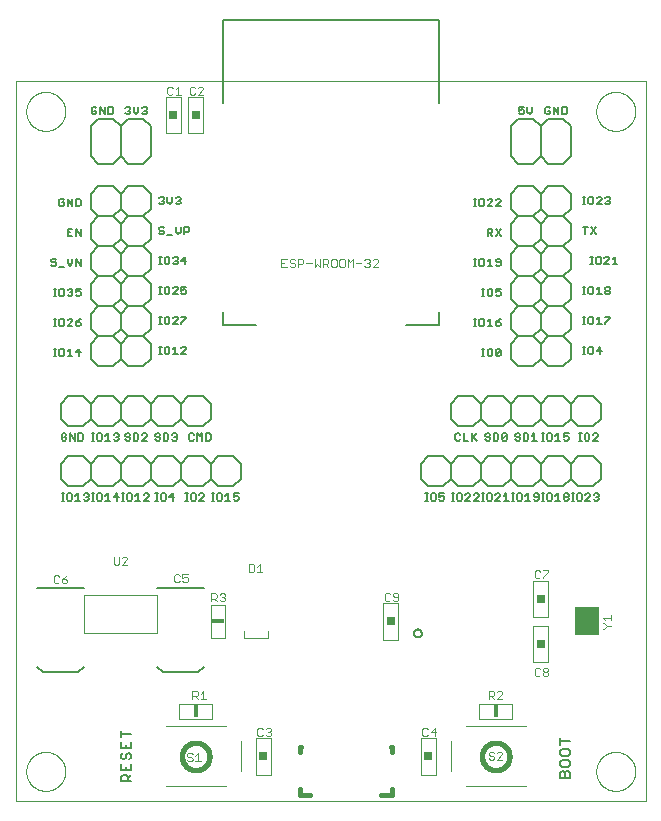
<source format=gto>
G75*
%MOIN*%
%OFA0B0*%
%FSLAX25Y25*%
%IPPOS*%
%LPD*%
%AMOC8*
5,1,8,0,0,1.08239X$1,22.5*
%
%ADD10C,0.00000*%
%ADD11C,0.00600*%
%ADD12C,0.00300*%
%ADD13C,0.00800*%
%ADD14R,0.02500X0.02500*%
%ADD15C,0.00276*%
%ADD16C,0.00315*%
%ADD17C,0.00197*%
%ADD18R,0.01575X0.03937*%
%ADD19R,0.03937X0.01575*%
%ADD20C,0.01600*%
%ADD21C,0.00394*%
%ADD22C,0.00500*%
%ADD23R,0.07874X0.09449*%
D10*
X0002274Y0002274D02*
X0002274Y0242274D01*
X0212274Y0242274D01*
X0212274Y0002274D01*
X0002274Y0002274D01*
X0005778Y0012274D02*
X0005780Y0012435D01*
X0005786Y0012595D01*
X0005796Y0012756D01*
X0005810Y0012916D01*
X0005828Y0013075D01*
X0005849Y0013235D01*
X0005875Y0013393D01*
X0005905Y0013551D01*
X0005938Y0013708D01*
X0005976Y0013865D01*
X0006017Y0014020D01*
X0006062Y0014174D01*
X0006111Y0014327D01*
X0006164Y0014479D01*
X0006220Y0014629D01*
X0006280Y0014778D01*
X0006344Y0014926D01*
X0006411Y0015072D01*
X0006482Y0015216D01*
X0006557Y0015358D01*
X0006635Y0015499D01*
X0006716Y0015637D01*
X0006801Y0015774D01*
X0006890Y0015908D01*
X0006981Y0016040D01*
X0007076Y0016170D01*
X0007174Y0016297D01*
X0007275Y0016422D01*
X0007379Y0016545D01*
X0007486Y0016664D01*
X0007596Y0016781D01*
X0007709Y0016896D01*
X0007825Y0017007D01*
X0007943Y0017116D01*
X0008064Y0017221D01*
X0008188Y0017324D01*
X0008314Y0017424D01*
X0008443Y0017520D01*
X0008574Y0017613D01*
X0008707Y0017703D01*
X0008842Y0017790D01*
X0008980Y0017873D01*
X0009119Y0017952D01*
X0009261Y0018029D01*
X0009404Y0018102D01*
X0009549Y0018171D01*
X0009696Y0018236D01*
X0009844Y0018298D01*
X0009994Y0018357D01*
X0010145Y0018411D01*
X0010297Y0018462D01*
X0010451Y0018509D01*
X0010606Y0018552D01*
X0010761Y0018591D01*
X0010918Y0018627D01*
X0011076Y0018659D01*
X0011234Y0018686D01*
X0011393Y0018710D01*
X0011552Y0018730D01*
X0011712Y0018746D01*
X0011873Y0018758D01*
X0012033Y0018766D01*
X0012194Y0018770D01*
X0012354Y0018770D01*
X0012515Y0018766D01*
X0012675Y0018758D01*
X0012836Y0018746D01*
X0012996Y0018730D01*
X0013155Y0018710D01*
X0013314Y0018686D01*
X0013472Y0018659D01*
X0013630Y0018627D01*
X0013787Y0018591D01*
X0013942Y0018552D01*
X0014097Y0018509D01*
X0014251Y0018462D01*
X0014403Y0018411D01*
X0014554Y0018357D01*
X0014704Y0018298D01*
X0014852Y0018236D01*
X0014999Y0018171D01*
X0015144Y0018102D01*
X0015287Y0018029D01*
X0015429Y0017952D01*
X0015568Y0017873D01*
X0015706Y0017790D01*
X0015841Y0017703D01*
X0015974Y0017613D01*
X0016105Y0017520D01*
X0016234Y0017424D01*
X0016360Y0017324D01*
X0016484Y0017221D01*
X0016605Y0017116D01*
X0016723Y0017007D01*
X0016839Y0016896D01*
X0016952Y0016781D01*
X0017062Y0016664D01*
X0017169Y0016545D01*
X0017273Y0016422D01*
X0017374Y0016297D01*
X0017472Y0016170D01*
X0017567Y0016040D01*
X0017658Y0015908D01*
X0017747Y0015774D01*
X0017832Y0015637D01*
X0017913Y0015499D01*
X0017991Y0015358D01*
X0018066Y0015216D01*
X0018137Y0015072D01*
X0018204Y0014926D01*
X0018268Y0014778D01*
X0018328Y0014629D01*
X0018384Y0014479D01*
X0018437Y0014327D01*
X0018486Y0014174D01*
X0018531Y0014020D01*
X0018572Y0013865D01*
X0018610Y0013708D01*
X0018643Y0013551D01*
X0018673Y0013393D01*
X0018699Y0013235D01*
X0018720Y0013075D01*
X0018738Y0012916D01*
X0018752Y0012756D01*
X0018762Y0012595D01*
X0018768Y0012435D01*
X0018770Y0012274D01*
X0018768Y0012113D01*
X0018762Y0011953D01*
X0018752Y0011792D01*
X0018738Y0011632D01*
X0018720Y0011473D01*
X0018699Y0011313D01*
X0018673Y0011155D01*
X0018643Y0010997D01*
X0018610Y0010840D01*
X0018572Y0010683D01*
X0018531Y0010528D01*
X0018486Y0010374D01*
X0018437Y0010221D01*
X0018384Y0010069D01*
X0018328Y0009919D01*
X0018268Y0009770D01*
X0018204Y0009622D01*
X0018137Y0009476D01*
X0018066Y0009332D01*
X0017991Y0009190D01*
X0017913Y0009049D01*
X0017832Y0008911D01*
X0017747Y0008774D01*
X0017658Y0008640D01*
X0017567Y0008508D01*
X0017472Y0008378D01*
X0017374Y0008251D01*
X0017273Y0008126D01*
X0017169Y0008003D01*
X0017062Y0007884D01*
X0016952Y0007767D01*
X0016839Y0007652D01*
X0016723Y0007541D01*
X0016605Y0007432D01*
X0016484Y0007327D01*
X0016360Y0007224D01*
X0016234Y0007124D01*
X0016105Y0007028D01*
X0015974Y0006935D01*
X0015841Y0006845D01*
X0015706Y0006758D01*
X0015568Y0006675D01*
X0015429Y0006596D01*
X0015287Y0006519D01*
X0015144Y0006446D01*
X0014999Y0006377D01*
X0014852Y0006312D01*
X0014704Y0006250D01*
X0014554Y0006191D01*
X0014403Y0006137D01*
X0014251Y0006086D01*
X0014097Y0006039D01*
X0013942Y0005996D01*
X0013787Y0005957D01*
X0013630Y0005921D01*
X0013472Y0005889D01*
X0013314Y0005862D01*
X0013155Y0005838D01*
X0012996Y0005818D01*
X0012836Y0005802D01*
X0012675Y0005790D01*
X0012515Y0005782D01*
X0012354Y0005778D01*
X0012194Y0005778D01*
X0012033Y0005782D01*
X0011873Y0005790D01*
X0011712Y0005802D01*
X0011552Y0005818D01*
X0011393Y0005838D01*
X0011234Y0005862D01*
X0011076Y0005889D01*
X0010918Y0005921D01*
X0010761Y0005957D01*
X0010606Y0005996D01*
X0010451Y0006039D01*
X0010297Y0006086D01*
X0010145Y0006137D01*
X0009994Y0006191D01*
X0009844Y0006250D01*
X0009696Y0006312D01*
X0009549Y0006377D01*
X0009404Y0006446D01*
X0009261Y0006519D01*
X0009119Y0006596D01*
X0008980Y0006675D01*
X0008842Y0006758D01*
X0008707Y0006845D01*
X0008574Y0006935D01*
X0008443Y0007028D01*
X0008314Y0007124D01*
X0008188Y0007224D01*
X0008064Y0007327D01*
X0007943Y0007432D01*
X0007825Y0007541D01*
X0007709Y0007652D01*
X0007596Y0007767D01*
X0007486Y0007884D01*
X0007379Y0008003D01*
X0007275Y0008126D01*
X0007174Y0008251D01*
X0007076Y0008378D01*
X0006981Y0008508D01*
X0006890Y0008640D01*
X0006801Y0008774D01*
X0006716Y0008911D01*
X0006635Y0009049D01*
X0006557Y0009190D01*
X0006482Y0009332D01*
X0006411Y0009476D01*
X0006344Y0009622D01*
X0006280Y0009770D01*
X0006220Y0009919D01*
X0006164Y0010069D01*
X0006111Y0010221D01*
X0006062Y0010374D01*
X0006017Y0010528D01*
X0005976Y0010683D01*
X0005938Y0010840D01*
X0005905Y0010997D01*
X0005875Y0011155D01*
X0005849Y0011313D01*
X0005828Y0011473D01*
X0005810Y0011632D01*
X0005796Y0011792D01*
X0005786Y0011953D01*
X0005780Y0012113D01*
X0005778Y0012274D01*
X0005778Y0232274D02*
X0005780Y0232435D01*
X0005786Y0232595D01*
X0005796Y0232756D01*
X0005810Y0232916D01*
X0005828Y0233075D01*
X0005849Y0233235D01*
X0005875Y0233393D01*
X0005905Y0233551D01*
X0005938Y0233708D01*
X0005976Y0233865D01*
X0006017Y0234020D01*
X0006062Y0234174D01*
X0006111Y0234327D01*
X0006164Y0234479D01*
X0006220Y0234629D01*
X0006280Y0234778D01*
X0006344Y0234926D01*
X0006411Y0235072D01*
X0006482Y0235216D01*
X0006557Y0235358D01*
X0006635Y0235499D01*
X0006716Y0235637D01*
X0006801Y0235774D01*
X0006890Y0235908D01*
X0006981Y0236040D01*
X0007076Y0236170D01*
X0007174Y0236297D01*
X0007275Y0236422D01*
X0007379Y0236545D01*
X0007486Y0236664D01*
X0007596Y0236781D01*
X0007709Y0236896D01*
X0007825Y0237007D01*
X0007943Y0237116D01*
X0008064Y0237221D01*
X0008188Y0237324D01*
X0008314Y0237424D01*
X0008443Y0237520D01*
X0008574Y0237613D01*
X0008707Y0237703D01*
X0008842Y0237790D01*
X0008980Y0237873D01*
X0009119Y0237952D01*
X0009261Y0238029D01*
X0009404Y0238102D01*
X0009549Y0238171D01*
X0009696Y0238236D01*
X0009844Y0238298D01*
X0009994Y0238357D01*
X0010145Y0238411D01*
X0010297Y0238462D01*
X0010451Y0238509D01*
X0010606Y0238552D01*
X0010761Y0238591D01*
X0010918Y0238627D01*
X0011076Y0238659D01*
X0011234Y0238686D01*
X0011393Y0238710D01*
X0011552Y0238730D01*
X0011712Y0238746D01*
X0011873Y0238758D01*
X0012033Y0238766D01*
X0012194Y0238770D01*
X0012354Y0238770D01*
X0012515Y0238766D01*
X0012675Y0238758D01*
X0012836Y0238746D01*
X0012996Y0238730D01*
X0013155Y0238710D01*
X0013314Y0238686D01*
X0013472Y0238659D01*
X0013630Y0238627D01*
X0013787Y0238591D01*
X0013942Y0238552D01*
X0014097Y0238509D01*
X0014251Y0238462D01*
X0014403Y0238411D01*
X0014554Y0238357D01*
X0014704Y0238298D01*
X0014852Y0238236D01*
X0014999Y0238171D01*
X0015144Y0238102D01*
X0015287Y0238029D01*
X0015429Y0237952D01*
X0015568Y0237873D01*
X0015706Y0237790D01*
X0015841Y0237703D01*
X0015974Y0237613D01*
X0016105Y0237520D01*
X0016234Y0237424D01*
X0016360Y0237324D01*
X0016484Y0237221D01*
X0016605Y0237116D01*
X0016723Y0237007D01*
X0016839Y0236896D01*
X0016952Y0236781D01*
X0017062Y0236664D01*
X0017169Y0236545D01*
X0017273Y0236422D01*
X0017374Y0236297D01*
X0017472Y0236170D01*
X0017567Y0236040D01*
X0017658Y0235908D01*
X0017747Y0235774D01*
X0017832Y0235637D01*
X0017913Y0235499D01*
X0017991Y0235358D01*
X0018066Y0235216D01*
X0018137Y0235072D01*
X0018204Y0234926D01*
X0018268Y0234778D01*
X0018328Y0234629D01*
X0018384Y0234479D01*
X0018437Y0234327D01*
X0018486Y0234174D01*
X0018531Y0234020D01*
X0018572Y0233865D01*
X0018610Y0233708D01*
X0018643Y0233551D01*
X0018673Y0233393D01*
X0018699Y0233235D01*
X0018720Y0233075D01*
X0018738Y0232916D01*
X0018752Y0232756D01*
X0018762Y0232595D01*
X0018768Y0232435D01*
X0018770Y0232274D01*
X0018768Y0232113D01*
X0018762Y0231953D01*
X0018752Y0231792D01*
X0018738Y0231632D01*
X0018720Y0231473D01*
X0018699Y0231313D01*
X0018673Y0231155D01*
X0018643Y0230997D01*
X0018610Y0230840D01*
X0018572Y0230683D01*
X0018531Y0230528D01*
X0018486Y0230374D01*
X0018437Y0230221D01*
X0018384Y0230069D01*
X0018328Y0229919D01*
X0018268Y0229770D01*
X0018204Y0229622D01*
X0018137Y0229476D01*
X0018066Y0229332D01*
X0017991Y0229190D01*
X0017913Y0229049D01*
X0017832Y0228911D01*
X0017747Y0228774D01*
X0017658Y0228640D01*
X0017567Y0228508D01*
X0017472Y0228378D01*
X0017374Y0228251D01*
X0017273Y0228126D01*
X0017169Y0228003D01*
X0017062Y0227884D01*
X0016952Y0227767D01*
X0016839Y0227652D01*
X0016723Y0227541D01*
X0016605Y0227432D01*
X0016484Y0227327D01*
X0016360Y0227224D01*
X0016234Y0227124D01*
X0016105Y0227028D01*
X0015974Y0226935D01*
X0015841Y0226845D01*
X0015706Y0226758D01*
X0015568Y0226675D01*
X0015429Y0226596D01*
X0015287Y0226519D01*
X0015144Y0226446D01*
X0014999Y0226377D01*
X0014852Y0226312D01*
X0014704Y0226250D01*
X0014554Y0226191D01*
X0014403Y0226137D01*
X0014251Y0226086D01*
X0014097Y0226039D01*
X0013942Y0225996D01*
X0013787Y0225957D01*
X0013630Y0225921D01*
X0013472Y0225889D01*
X0013314Y0225862D01*
X0013155Y0225838D01*
X0012996Y0225818D01*
X0012836Y0225802D01*
X0012675Y0225790D01*
X0012515Y0225782D01*
X0012354Y0225778D01*
X0012194Y0225778D01*
X0012033Y0225782D01*
X0011873Y0225790D01*
X0011712Y0225802D01*
X0011552Y0225818D01*
X0011393Y0225838D01*
X0011234Y0225862D01*
X0011076Y0225889D01*
X0010918Y0225921D01*
X0010761Y0225957D01*
X0010606Y0225996D01*
X0010451Y0226039D01*
X0010297Y0226086D01*
X0010145Y0226137D01*
X0009994Y0226191D01*
X0009844Y0226250D01*
X0009696Y0226312D01*
X0009549Y0226377D01*
X0009404Y0226446D01*
X0009261Y0226519D01*
X0009119Y0226596D01*
X0008980Y0226675D01*
X0008842Y0226758D01*
X0008707Y0226845D01*
X0008574Y0226935D01*
X0008443Y0227028D01*
X0008314Y0227124D01*
X0008188Y0227224D01*
X0008064Y0227327D01*
X0007943Y0227432D01*
X0007825Y0227541D01*
X0007709Y0227652D01*
X0007596Y0227767D01*
X0007486Y0227884D01*
X0007379Y0228003D01*
X0007275Y0228126D01*
X0007174Y0228251D01*
X0007076Y0228378D01*
X0006981Y0228508D01*
X0006890Y0228640D01*
X0006801Y0228774D01*
X0006716Y0228911D01*
X0006635Y0229049D01*
X0006557Y0229190D01*
X0006482Y0229332D01*
X0006411Y0229476D01*
X0006344Y0229622D01*
X0006280Y0229770D01*
X0006220Y0229919D01*
X0006164Y0230069D01*
X0006111Y0230221D01*
X0006062Y0230374D01*
X0006017Y0230528D01*
X0005976Y0230683D01*
X0005938Y0230840D01*
X0005905Y0230997D01*
X0005875Y0231155D01*
X0005849Y0231313D01*
X0005828Y0231473D01*
X0005810Y0231632D01*
X0005796Y0231792D01*
X0005786Y0231953D01*
X0005780Y0232113D01*
X0005778Y0232274D01*
X0195778Y0232274D02*
X0195780Y0232435D01*
X0195786Y0232595D01*
X0195796Y0232756D01*
X0195810Y0232916D01*
X0195828Y0233075D01*
X0195849Y0233235D01*
X0195875Y0233393D01*
X0195905Y0233551D01*
X0195938Y0233708D01*
X0195976Y0233865D01*
X0196017Y0234020D01*
X0196062Y0234174D01*
X0196111Y0234327D01*
X0196164Y0234479D01*
X0196220Y0234629D01*
X0196280Y0234778D01*
X0196344Y0234926D01*
X0196411Y0235072D01*
X0196482Y0235216D01*
X0196557Y0235358D01*
X0196635Y0235499D01*
X0196716Y0235637D01*
X0196801Y0235774D01*
X0196890Y0235908D01*
X0196981Y0236040D01*
X0197076Y0236170D01*
X0197174Y0236297D01*
X0197275Y0236422D01*
X0197379Y0236545D01*
X0197486Y0236664D01*
X0197596Y0236781D01*
X0197709Y0236896D01*
X0197825Y0237007D01*
X0197943Y0237116D01*
X0198064Y0237221D01*
X0198188Y0237324D01*
X0198314Y0237424D01*
X0198443Y0237520D01*
X0198574Y0237613D01*
X0198707Y0237703D01*
X0198842Y0237790D01*
X0198980Y0237873D01*
X0199119Y0237952D01*
X0199261Y0238029D01*
X0199404Y0238102D01*
X0199549Y0238171D01*
X0199696Y0238236D01*
X0199844Y0238298D01*
X0199994Y0238357D01*
X0200145Y0238411D01*
X0200297Y0238462D01*
X0200451Y0238509D01*
X0200606Y0238552D01*
X0200761Y0238591D01*
X0200918Y0238627D01*
X0201076Y0238659D01*
X0201234Y0238686D01*
X0201393Y0238710D01*
X0201552Y0238730D01*
X0201712Y0238746D01*
X0201873Y0238758D01*
X0202033Y0238766D01*
X0202194Y0238770D01*
X0202354Y0238770D01*
X0202515Y0238766D01*
X0202675Y0238758D01*
X0202836Y0238746D01*
X0202996Y0238730D01*
X0203155Y0238710D01*
X0203314Y0238686D01*
X0203472Y0238659D01*
X0203630Y0238627D01*
X0203787Y0238591D01*
X0203942Y0238552D01*
X0204097Y0238509D01*
X0204251Y0238462D01*
X0204403Y0238411D01*
X0204554Y0238357D01*
X0204704Y0238298D01*
X0204852Y0238236D01*
X0204999Y0238171D01*
X0205144Y0238102D01*
X0205287Y0238029D01*
X0205429Y0237952D01*
X0205568Y0237873D01*
X0205706Y0237790D01*
X0205841Y0237703D01*
X0205974Y0237613D01*
X0206105Y0237520D01*
X0206234Y0237424D01*
X0206360Y0237324D01*
X0206484Y0237221D01*
X0206605Y0237116D01*
X0206723Y0237007D01*
X0206839Y0236896D01*
X0206952Y0236781D01*
X0207062Y0236664D01*
X0207169Y0236545D01*
X0207273Y0236422D01*
X0207374Y0236297D01*
X0207472Y0236170D01*
X0207567Y0236040D01*
X0207658Y0235908D01*
X0207747Y0235774D01*
X0207832Y0235637D01*
X0207913Y0235499D01*
X0207991Y0235358D01*
X0208066Y0235216D01*
X0208137Y0235072D01*
X0208204Y0234926D01*
X0208268Y0234778D01*
X0208328Y0234629D01*
X0208384Y0234479D01*
X0208437Y0234327D01*
X0208486Y0234174D01*
X0208531Y0234020D01*
X0208572Y0233865D01*
X0208610Y0233708D01*
X0208643Y0233551D01*
X0208673Y0233393D01*
X0208699Y0233235D01*
X0208720Y0233075D01*
X0208738Y0232916D01*
X0208752Y0232756D01*
X0208762Y0232595D01*
X0208768Y0232435D01*
X0208770Y0232274D01*
X0208768Y0232113D01*
X0208762Y0231953D01*
X0208752Y0231792D01*
X0208738Y0231632D01*
X0208720Y0231473D01*
X0208699Y0231313D01*
X0208673Y0231155D01*
X0208643Y0230997D01*
X0208610Y0230840D01*
X0208572Y0230683D01*
X0208531Y0230528D01*
X0208486Y0230374D01*
X0208437Y0230221D01*
X0208384Y0230069D01*
X0208328Y0229919D01*
X0208268Y0229770D01*
X0208204Y0229622D01*
X0208137Y0229476D01*
X0208066Y0229332D01*
X0207991Y0229190D01*
X0207913Y0229049D01*
X0207832Y0228911D01*
X0207747Y0228774D01*
X0207658Y0228640D01*
X0207567Y0228508D01*
X0207472Y0228378D01*
X0207374Y0228251D01*
X0207273Y0228126D01*
X0207169Y0228003D01*
X0207062Y0227884D01*
X0206952Y0227767D01*
X0206839Y0227652D01*
X0206723Y0227541D01*
X0206605Y0227432D01*
X0206484Y0227327D01*
X0206360Y0227224D01*
X0206234Y0227124D01*
X0206105Y0227028D01*
X0205974Y0226935D01*
X0205841Y0226845D01*
X0205706Y0226758D01*
X0205568Y0226675D01*
X0205429Y0226596D01*
X0205287Y0226519D01*
X0205144Y0226446D01*
X0204999Y0226377D01*
X0204852Y0226312D01*
X0204704Y0226250D01*
X0204554Y0226191D01*
X0204403Y0226137D01*
X0204251Y0226086D01*
X0204097Y0226039D01*
X0203942Y0225996D01*
X0203787Y0225957D01*
X0203630Y0225921D01*
X0203472Y0225889D01*
X0203314Y0225862D01*
X0203155Y0225838D01*
X0202996Y0225818D01*
X0202836Y0225802D01*
X0202675Y0225790D01*
X0202515Y0225782D01*
X0202354Y0225778D01*
X0202194Y0225778D01*
X0202033Y0225782D01*
X0201873Y0225790D01*
X0201712Y0225802D01*
X0201552Y0225818D01*
X0201393Y0225838D01*
X0201234Y0225862D01*
X0201076Y0225889D01*
X0200918Y0225921D01*
X0200761Y0225957D01*
X0200606Y0225996D01*
X0200451Y0226039D01*
X0200297Y0226086D01*
X0200145Y0226137D01*
X0199994Y0226191D01*
X0199844Y0226250D01*
X0199696Y0226312D01*
X0199549Y0226377D01*
X0199404Y0226446D01*
X0199261Y0226519D01*
X0199119Y0226596D01*
X0198980Y0226675D01*
X0198842Y0226758D01*
X0198707Y0226845D01*
X0198574Y0226935D01*
X0198443Y0227028D01*
X0198314Y0227124D01*
X0198188Y0227224D01*
X0198064Y0227327D01*
X0197943Y0227432D01*
X0197825Y0227541D01*
X0197709Y0227652D01*
X0197596Y0227767D01*
X0197486Y0227884D01*
X0197379Y0228003D01*
X0197275Y0228126D01*
X0197174Y0228251D01*
X0197076Y0228378D01*
X0196981Y0228508D01*
X0196890Y0228640D01*
X0196801Y0228774D01*
X0196716Y0228911D01*
X0196635Y0229049D01*
X0196557Y0229190D01*
X0196482Y0229332D01*
X0196411Y0229476D01*
X0196344Y0229622D01*
X0196280Y0229770D01*
X0196220Y0229919D01*
X0196164Y0230069D01*
X0196111Y0230221D01*
X0196062Y0230374D01*
X0196017Y0230528D01*
X0195976Y0230683D01*
X0195938Y0230840D01*
X0195905Y0230997D01*
X0195875Y0231155D01*
X0195849Y0231313D01*
X0195828Y0231473D01*
X0195810Y0231632D01*
X0195796Y0231792D01*
X0195786Y0231953D01*
X0195780Y0232113D01*
X0195778Y0232274D01*
X0195778Y0012274D02*
X0195780Y0012435D01*
X0195786Y0012595D01*
X0195796Y0012756D01*
X0195810Y0012916D01*
X0195828Y0013075D01*
X0195849Y0013235D01*
X0195875Y0013393D01*
X0195905Y0013551D01*
X0195938Y0013708D01*
X0195976Y0013865D01*
X0196017Y0014020D01*
X0196062Y0014174D01*
X0196111Y0014327D01*
X0196164Y0014479D01*
X0196220Y0014629D01*
X0196280Y0014778D01*
X0196344Y0014926D01*
X0196411Y0015072D01*
X0196482Y0015216D01*
X0196557Y0015358D01*
X0196635Y0015499D01*
X0196716Y0015637D01*
X0196801Y0015774D01*
X0196890Y0015908D01*
X0196981Y0016040D01*
X0197076Y0016170D01*
X0197174Y0016297D01*
X0197275Y0016422D01*
X0197379Y0016545D01*
X0197486Y0016664D01*
X0197596Y0016781D01*
X0197709Y0016896D01*
X0197825Y0017007D01*
X0197943Y0017116D01*
X0198064Y0017221D01*
X0198188Y0017324D01*
X0198314Y0017424D01*
X0198443Y0017520D01*
X0198574Y0017613D01*
X0198707Y0017703D01*
X0198842Y0017790D01*
X0198980Y0017873D01*
X0199119Y0017952D01*
X0199261Y0018029D01*
X0199404Y0018102D01*
X0199549Y0018171D01*
X0199696Y0018236D01*
X0199844Y0018298D01*
X0199994Y0018357D01*
X0200145Y0018411D01*
X0200297Y0018462D01*
X0200451Y0018509D01*
X0200606Y0018552D01*
X0200761Y0018591D01*
X0200918Y0018627D01*
X0201076Y0018659D01*
X0201234Y0018686D01*
X0201393Y0018710D01*
X0201552Y0018730D01*
X0201712Y0018746D01*
X0201873Y0018758D01*
X0202033Y0018766D01*
X0202194Y0018770D01*
X0202354Y0018770D01*
X0202515Y0018766D01*
X0202675Y0018758D01*
X0202836Y0018746D01*
X0202996Y0018730D01*
X0203155Y0018710D01*
X0203314Y0018686D01*
X0203472Y0018659D01*
X0203630Y0018627D01*
X0203787Y0018591D01*
X0203942Y0018552D01*
X0204097Y0018509D01*
X0204251Y0018462D01*
X0204403Y0018411D01*
X0204554Y0018357D01*
X0204704Y0018298D01*
X0204852Y0018236D01*
X0204999Y0018171D01*
X0205144Y0018102D01*
X0205287Y0018029D01*
X0205429Y0017952D01*
X0205568Y0017873D01*
X0205706Y0017790D01*
X0205841Y0017703D01*
X0205974Y0017613D01*
X0206105Y0017520D01*
X0206234Y0017424D01*
X0206360Y0017324D01*
X0206484Y0017221D01*
X0206605Y0017116D01*
X0206723Y0017007D01*
X0206839Y0016896D01*
X0206952Y0016781D01*
X0207062Y0016664D01*
X0207169Y0016545D01*
X0207273Y0016422D01*
X0207374Y0016297D01*
X0207472Y0016170D01*
X0207567Y0016040D01*
X0207658Y0015908D01*
X0207747Y0015774D01*
X0207832Y0015637D01*
X0207913Y0015499D01*
X0207991Y0015358D01*
X0208066Y0015216D01*
X0208137Y0015072D01*
X0208204Y0014926D01*
X0208268Y0014778D01*
X0208328Y0014629D01*
X0208384Y0014479D01*
X0208437Y0014327D01*
X0208486Y0014174D01*
X0208531Y0014020D01*
X0208572Y0013865D01*
X0208610Y0013708D01*
X0208643Y0013551D01*
X0208673Y0013393D01*
X0208699Y0013235D01*
X0208720Y0013075D01*
X0208738Y0012916D01*
X0208752Y0012756D01*
X0208762Y0012595D01*
X0208768Y0012435D01*
X0208770Y0012274D01*
X0208768Y0012113D01*
X0208762Y0011953D01*
X0208752Y0011792D01*
X0208738Y0011632D01*
X0208720Y0011473D01*
X0208699Y0011313D01*
X0208673Y0011155D01*
X0208643Y0010997D01*
X0208610Y0010840D01*
X0208572Y0010683D01*
X0208531Y0010528D01*
X0208486Y0010374D01*
X0208437Y0010221D01*
X0208384Y0010069D01*
X0208328Y0009919D01*
X0208268Y0009770D01*
X0208204Y0009622D01*
X0208137Y0009476D01*
X0208066Y0009332D01*
X0207991Y0009190D01*
X0207913Y0009049D01*
X0207832Y0008911D01*
X0207747Y0008774D01*
X0207658Y0008640D01*
X0207567Y0008508D01*
X0207472Y0008378D01*
X0207374Y0008251D01*
X0207273Y0008126D01*
X0207169Y0008003D01*
X0207062Y0007884D01*
X0206952Y0007767D01*
X0206839Y0007652D01*
X0206723Y0007541D01*
X0206605Y0007432D01*
X0206484Y0007327D01*
X0206360Y0007224D01*
X0206234Y0007124D01*
X0206105Y0007028D01*
X0205974Y0006935D01*
X0205841Y0006845D01*
X0205706Y0006758D01*
X0205568Y0006675D01*
X0205429Y0006596D01*
X0205287Y0006519D01*
X0205144Y0006446D01*
X0204999Y0006377D01*
X0204852Y0006312D01*
X0204704Y0006250D01*
X0204554Y0006191D01*
X0204403Y0006137D01*
X0204251Y0006086D01*
X0204097Y0006039D01*
X0203942Y0005996D01*
X0203787Y0005957D01*
X0203630Y0005921D01*
X0203472Y0005889D01*
X0203314Y0005862D01*
X0203155Y0005838D01*
X0202996Y0005818D01*
X0202836Y0005802D01*
X0202675Y0005790D01*
X0202515Y0005782D01*
X0202354Y0005778D01*
X0202194Y0005778D01*
X0202033Y0005782D01*
X0201873Y0005790D01*
X0201712Y0005802D01*
X0201552Y0005818D01*
X0201393Y0005838D01*
X0201234Y0005862D01*
X0201076Y0005889D01*
X0200918Y0005921D01*
X0200761Y0005957D01*
X0200606Y0005996D01*
X0200451Y0006039D01*
X0200297Y0006086D01*
X0200145Y0006137D01*
X0199994Y0006191D01*
X0199844Y0006250D01*
X0199696Y0006312D01*
X0199549Y0006377D01*
X0199404Y0006446D01*
X0199261Y0006519D01*
X0199119Y0006596D01*
X0198980Y0006675D01*
X0198842Y0006758D01*
X0198707Y0006845D01*
X0198574Y0006935D01*
X0198443Y0007028D01*
X0198314Y0007124D01*
X0198188Y0007224D01*
X0198064Y0007327D01*
X0197943Y0007432D01*
X0197825Y0007541D01*
X0197709Y0007652D01*
X0197596Y0007767D01*
X0197486Y0007884D01*
X0197379Y0008003D01*
X0197275Y0008126D01*
X0197174Y0008251D01*
X0197076Y0008378D01*
X0196981Y0008508D01*
X0196890Y0008640D01*
X0196801Y0008774D01*
X0196716Y0008911D01*
X0196635Y0009049D01*
X0196557Y0009190D01*
X0196482Y0009332D01*
X0196411Y0009476D01*
X0196344Y0009622D01*
X0196280Y0009770D01*
X0196220Y0009919D01*
X0196164Y0010069D01*
X0196111Y0010221D01*
X0196062Y0010374D01*
X0196017Y0010528D01*
X0195976Y0010683D01*
X0195938Y0010840D01*
X0195905Y0010997D01*
X0195875Y0011155D01*
X0195849Y0011313D01*
X0195828Y0011473D01*
X0195810Y0011632D01*
X0195796Y0011792D01*
X0195786Y0011953D01*
X0195780Y0012113D01*
X0195778Y0012274D01*
D11*
X0196141Y0102574D02*
X0195340Y0102574D01*
X0194940Y0102974D01*
X0195741Y0103775D02*
X0196141Y0103775D01*
X0196541Y0103374D01*
X0196541Y0102974D01*
X0196141Y0102574D01*
X0196141Y0103775D02*
X0196541Y0104175D01*
X0196541Y0104575D01*
X0196141Y0104976D01*
X0195340Y0104976D01*
X0194940Y0104575D01*
X0193779Y0104575D02*
X0193379Y0104976D01*
X0192578Y0104976D01*
X0192178Y0104575D01*
X0191017Y0104575D02*
X0190616Y0104976D01*
X0189816Y0104976D01*
X0189415Y0104575D01*
X0189415Y0102974D01*
X0189816Y0102574D01*
X0190616Y0102574D01*
X0191017Y0102974D01*
X0191017Y0104575D01*
X0192178Y0102574D02*
X0193779Y0104175D01*
X0193779Y0104575D01*
X0193779Y0102574D02*
X0192178Y0102574D01*
X0188374Y0102574D02*
X0187574Y0102574D01*
X0187974Y0102574D02*
X0187974Y0104976D01*
X0187574Y0104976D02*
X0188374Y0104976D01*
X0186541Y0104575D02*
X0186541Y0104175D01*
X0186141Y0103775D01*
X0185340Y0103775D01*
X0184940Y0104175D01*
X0184940Y0104575D01*
X0185340Y0104976D01*
X0186141Y0104976D01*
X0186541Y0104575D01*
X0186141Y0103775D02*
X0186541Y0103374D01*
X0186541Y0102974D01*
X0186141Y0102574D01*
X0185340Y0102574D01*
X0184940Y0102974D01*
X0184940Y0103374D01*
X0185340Y0103775D01*
X0183779Y0102574D02*
X0182178Y0102574D01*
X0182978Y0102574D02*
X0182978Y0104976D01*
X0182178Y0104175D01*
X0181017Y0104575D02*
X0180616Y0104976D01*
X0179816Y0104976D01*
X0179415Y0104575D01*
X0179415Y0102974D01*
X0179816Y0102574D01*
X0180616Y0102574D01*
X0181017Y0102974D01*
X0181017Y0104575D01*
X0178374Y0104976D02*
X0177574Y0104976D01*
X0177974Y0104976D02*
X0177974Y0102574D01*
X0177574Y0102574D02*
X0178374Y0102574D01*
X0176541Y0102974D02*
X0176541Y0104575D01*
X0176141Y0104976D01*
X0175340Y0104976D01*
X0174940Y0104575D01*
X0174940Y0104175D01*
X0175340Y0103775D01*
X0176541Y0103775D01*
X0176541Y0102974D02*
X0176141Y0102574D01*
X0175340Y0102574D01*
X0174940Y0102974D01*
X0173779Y0102574D02*
X0172178Y0102574D01*
X0172978Y0102574D02*
X0172978Y0104976D01*
X0172178Y0104175D01*
X0171017Y0104575D02*
X0170616Y0104976D01*
X0169816Y0104976D01*
X0169415Y0104575D01*
X0169415Y0102974D01*
X0169816Y0102574D01*
X0170616Y0102574D01*
X0171017Y0102974D01*
X0171017Y0104575D01*
X0168374Y0104976D02*
X0167574Y0104976D01*
X0167974Y0104976D02*
X0167974Y0102574D01*
X0167574Y0102574D02*
X0168374Y0102574D01*
X0166541Y0102574D02*
X0164940Y0102574D01*
X0165741Y0102574D02*
X0165741Y0104976D01*
X0164940Y0104175D01*
X0163779Y0104175D02*
X0163779Y0104575D01*
X0163379Y0104976D01*
X0162578Y0104976D01*
X0162178Y0104575D01*
X0161017Y0104575D02*
X0160616Y0104976D01*
X0159816Y0104976D01*
X0159415Y0104575D01*
X0159415Y0102974D01*
X0159816Y0102574D01*
X0160616Y0102574D01*
X0161017Y0102974D01*
X0161017Y0104575D01*
X0162178Y0102574D02*
X0163779Y0104175D01*
X0163779Y0102574D02*
X0162178Y0102574D01*
X0158374Y0102574D02*
X0157574Y0102574D01*
X0157974Y0102574D02*
X0157974Y0104976D01*
X0157574Y0104976D02*
X0158374Y0104976D01*
X0156541Y0104575D02*
X0156141Y0104976D01*
X0155340Y0104976D01*
X0154940Y0104575D01*
X0153779Y0104575D02*
X0153379Y0104976D01*
X0152578Y0104976D01*
X0152178Y0104575D01*
X0151017Y0104575D02*
X0150616Y0104976D01*
X0149816Y0104976D01*
X0149415Y0104575D01*
X0149415Y0102974D01*
X0149816Y0102574D01*
X0150616Y0102574D01*
X0151017Y0102974D01*
X0151017Y0104575D01*
X0152178Y0102574D02*
X0153779Y0104175D01*
X0153779Y0104575D01*
X0153779Y0102574D02*
X0152178Y0102574D01*
X0148374Y0102574D02*
X0147574Y0102574D01*
X0147974Y0102574D02*
X0147974Y0104976D01*
X0147574Y0104976D02*
X0148374Y0104976D01*
X0149774Y0107274D02*
X0147274Y0109774D01*
X0144774Y0107274D01*
X0139774Y0107274D01*
X0137274Y0109774D01*
X0137274Y0114774D01*
X0139774Y0117274D01*
X0144774Y0117274D01*
X0147274Y0114774D01*
X0149774Y0117274D01*
X0154774Y0117274D01*
X0157274Y0114774D01*
X0159774Y0117274D01*
X0164774Y0117274D01*
X0167274Y0114774D01*
X0169774Y0117274D01*
X0174774Y0117274D01*
X0177274Y0114774D01*
X0179774Y0117274D01*
X0184774Y0117274D01*
X0187274Y0114774D01*
X0189774Y0117274D01*
X0194774Y0117274D01*
X0197274Y0114774D01*
X0197274Y0109774D01*
X0194774Y0107274D01*
X0189774Y0107274D01*
X0187274Y0109774D01*
X0184774Y0107274D01*
X0179774Y0107274D01*
X0177274Y0109774D01*
X0174774Y0107274D01*
X0169774Y0107274D01*
X0167274Y0109774D01*
X0164774Y0107274D01*
X0159774Y0107274D01*
X0157274Y0109774D01*
X0154774Y0107274D01*
X0149774Y0107274D01*
X0147274Y0109774D02*
X0147274Y0114774D01*
X0149224Y0122574D02*
X0150025Y0122574D01*
X0150425Y0122974D01*
X0151586Y0122574D02*
X0153187Y0122574D01*
X0154348Y0122574D02*
X0154348Y0124976D01*
X0154749Y0123775D02*
X0155950Y0122574D01*
X0154348Y0123374D02*
X0155950Y0124976D01*
X0154774Y0127274D02*
X0149774Y0127274D01*
X0147274Y0129774D01*
X0147274Y0134774D01*
X0149774Y0137274D01*
X0154774Y0137274D01*
X0157274Y0134774D01*
X0159774Y0137274D01*
X0164774Y0137274D01*
X0167274Y0134774D01*
X0169774Y0137274D01*
X0174774Y0137274D01*
X0177274Y0134774D01*
X0179774Y0137274D01*
X0184774Y0137274D01*
X0187274Y0134774D01*
X0189774Y0137274D01*
X0194774Y0137274D01*
X0197274Y0134774D01*
X0197274Y0129774D01*
X0194774Y0127274D01*
X0189774Y0127274D01*
X0187274Y0129774D01*
X0184774Y0127274D01*
X0179774Y0127274D01*
X0177274Y0129774D01*
X0174774Y0127274D01*
X0169774Y0127274D01*
X0167274Y0129774D01*
X0164774Y0127274D01*
X0159774Y0127274D01*
X0157274Y0129774D01*
X0154774Y0127274D01*
X0157274Y0129774D02*
X0157274Y0134774D01*
X0159224Y0124976D02*
X0158824Y0124575D01*
X0158824Y0124175D01*
X0159224Y0123775D01*
X0160025Y0123775D01*
X0160425Y0123374D01*
X0160425Y0122974D01*
X0160025Y0122574D01*
X0159224Y0122574D01*
X0158824Y0122974D01*
X0159224Y0124976D02*
X0160025Y0124976D01*
X0160425Y0124575D01*
X0161586Y0124976D02*
X0161586Y0122574D01*
X0162787Y0122574D01*
X0163187Y0122974D01*
X0163187Y0124575D01*
X0162787Y0124976D01*
X0161586Y0124976D01*
X0164348Y0124575D02*
X0164348Y0122974D01*
X0165950Y0124575D01*
X0165950Y0122974D01*
X0165549Y0122574D01*
X0164749Y0122574D01*
X0164348Y0122974D01*
X0164348Y0124575D02*
X0164749Y0124976D01*
X0165549Y0124976D01*
X0165950Y0124575D01*
X0168824Y0124575D02*
X0168824Y0124175D01*
X0169224Y0123775D01*
X0170025Y0123775D01*
X0170425Y0123374D01*
X0170425Y0122974D01*
X0170025Y0122574D01*
X0169224Y0122574D01*
X0168824Y0122974D01*
X0168824Y0124575D02*
X0169224Y0124976D01*
X0170025Y0124976D01*
X0170425Y0124575D01*
X0171586Y0124976D02*
X0172787Y0124976D01*
X0173187Y0124575D01*
X0173187Y0122974D01*
X0172787Y0122574D01*
X0171586Y0122574D01*
X0171586Y0124976D01*
X0174348Y0124175D02*
X0175149Y0124976D01*
X0175149Y0122574D01*
X0174348Y0122574D02*
X0175950Y0122574D01*
X0177574Y0122574D02*
X0178374Y0122574D01*
X0177974Y0122574D02*
X0177974Y0124976D01*
X0177574Y0124976D02*
X0178374Y0124976D01*
X0179415Y0124575D02*
X0179415Y0122974D01*
X0179816Y0122574D01*
X0180616Y0122574D01*
X0181017Y0122974D01*
X0181017Y0124575D01*
X0180616Y0124976D01*
X0179816Y0124976D01*
X0179415Y0124575D01*
X0182178Y0124175D02*
X0182978Y0124976D01*
X0182978Y0122574D01*
X0182178Y0122574D02*
X0183779Y0122574D01*
X0184940Y0122974D02*
X0185340Y0122574D01*
X0186141Y0122574D01*
X0186541Y0122974D01*
X0186541Y0123775D01*
X0186141Y0124175D01*
X0185741Y0124175D01*
X0184940Y0123775D01*
X0184940Y0124976D01*
X0186541Y0124976D01*
X0190074Y0124976D02*
X0190874Y0124976D01*
X0190474Y0124976D02*
X0190474Y0122574D01*
X0190074Y0122574D02*
X0190874Y0122574D01*
X0191915Y0122974D02*
X0191915Y0124575D01*
X0192316Y0124976D01*
X0193116Y0124976D01*
X0193517Y0124575D01*
X0193517Y0122974D01*
X0193116Y0122574D01*
X0192316Y0122574D01*
X0191915Y0122974D01*
X0194678Y0122574D02*
X0196279Y0124175D01*
X0196279Y0124575D01*
X0195879Y0124976D01*
X0195078Y0124976D01*
X0194678Y0124575D01*
X0194678Y0122574D02*
X0196279Y0122574D01*
X0187274Y0129774D02*
X0187274Y0134774D01*
X0184774Y0147274D02*
X0179774Y0147274D01*
X0177274Y0149774D01*
X0177274Y0154774D01*
X0174774Y0157274D01*
X0177274Y0159774D01*
X0177274Y0164774D01*
X0174774Y0167274D01*
X0177274Y0169774D01*
X0177274Y0174774D01*
X0174774Y0177274D01*
X0177274Y0179774D01*
X0177274Y0184774D01*
X0174774Y0187274D01*
X0177274Y0189774D01*
X0177274Y0194774D01*
X0174774Y0197274D01*
X0177274Y0199774D01*
X0177274Y0204774D01*
X0174774Y0207274D01*
X0169774Y0207274D01*
X0167274Y0204774D01*
X0167274Y0199774D01*
X0169774Y0197274D01*
X0174774Y0197274D01*
X0177274Y0199774D02*
X0177274Y0204774D01*
X0179774Y0207274D01*
X0184774Y0207274D01*
X0187274Y0204774D01*
X0187274Y0199774D01*
X0184774Y0197274D01*
X0187274Y0194774D01*
X0187274Y0189774D01*
X0184774Y0187274D01*
X0187274Y0184774D01*
X0187274Y0179774D01*
X0184774Y0177274D01*
X0187274Y0174774D01*
X0187274Y0169774D01*
X0184774Y0167274D01*
X0187274Y0164774D01*
X0187274Y0159774D01*
X0184774Y0157274D01*
X0187274Y0154774D01*
X0187274Y0149774D01*
X0184774Y0147274D01*
X0191324Y0151324D02*
X0192124Y0151324D01*
X0191724Y0151324D02*
X0191724Y0153726D01*
X0191324Y0153726D02*
X0192124Y0153726D01*
X0193165Y0153325D02*
X0193165Y0151724D01*
X0193566Y0151324D01*
X0194366Y0151324D01*
X0194767Y0151724D01*
X0194767Y0153325D01*
X0194366Y0153726D01*
X0193566Y0153726D01*
X0193165Y0153325D01*
X0195928Y0152525D02*
X0197529Y0152525D01*
X0197129Y0153726D02*
X0195928Y0152525D01*
X0197129Y0151324D02*
X0197129Y0153726D01*
X0197529Y0161324D02*
X0195928Y0161324D01*
X0196728Y0161324D02*
X0196728Y0163726D01*
X0195928Y0162925D01*
X0194767Y0163325D02*
X0194366Y0163726D01*
X0193566Y0163726D01*
X0193165Y0163325D01*
X0193165Y0161724D01*
X0193566Y0161324D01*
X0194366Y0161324D01*
X0194767Y0161724D01*
X0194767Y0163325D01*
X0192124Y0163726D02*
X0191324Y0163726D01*
X0191724Y0163726D02*
X0191724Y0161324D01*
X0191324Y0161324D02*
X0192124Y0161324D01*
X0198690Y0161324D02*
X0198690Y0161724D01*
X0200291Y0163325D01*
X0200291Y0163726D01*
X0198690Y0163726D01*
X0199090Y0171324D02*
X0198690Y0171724D01*
X0198690Y0172124D01*
X0199090Y0172525D01*
X0199891Y0172525D01*
X0200291Y0172124D01*
X0200291Y0171724D01*
X0199891Y0171324D01*
X0199090Y0171324D01*
X0199090Y0172525D02*
X0198690Y0172925D01*
X0198690Y0173325D01*
X0199090Y0173726D01*
X0199891Y0173726D01*
X0200291Y0173325D01*
X0200291Y0172925D01*
X0199891Y0172525D01*
X0197529Y0171324D02*
X0195928Y0171324D01*
X0196728Y0171324D02*
X0196728Y0173726D01*
X0195928Y0172925D01*
X0194767Y0173325D02*
X0194366Y0173726D01*
X0193566Y0173726D01*
X0193165Y0173325D01*
X0193165Y0171724D01*
X0193566Y0171324D01*
X0194366Y0171324D01*
X0194767Y0171724D01*
X0194767Y0173325D01*
X0192124Y0173726D02*
X0191324Y0173726D01*
X0191724Y0173726D02*
X0191724Y0171324D01*
X0191324Y0171324D02*
X0192124Y0171324D01*
X0184774Y0167274D02*
X0179774Y0167274D01*
X0177274Y0169774D01*
X0177274Y0174774D01*
X0179774Y0177274D01*
X0177274Y0179774D01*
X0177274Y0184774D01*
X0179774Y0187274D01*
X0177274Y0189774D01*
X0177274Y0194774D01*
X0179774Y0197274D01*
X0177274Y0199774D01*
X0179774Y0197274D02*
X0184774Y0197274D01*
X0191324Y0193726D02*
X0192925Y0193726D01*
X0192124Y0193726D02*
X0192124Y0191324D01*
X0194086Y0191324D02*
X0195687Y0193726D01*
X0194086Y0193726D02*
X0195687Y0191324D01*
X0196066Y0183726D02*
X0195665Y0183325D01*
X0195665Y0181724D01*
X0196066Y0181324D01*
X0196866Y0181324D01*
X0197267Y0181724D01*
X0197267Y0183325D01*
X0196866Y0183726D01*
X0196066Y0183726D01*
X0194624Y0183726D02*
X0193824Y0183726D01*
X0194224Y0183726D02*
X0194224Y0181324D01*
X0193824Y0181324D02*
X0194624Y0181324D01*
X0198428Y0181324D02*
X0200029Y0182925D01*
X0200029Y0183325D01*
X0199629Y0183726D01*
X0198828Y0183726D01*
X0198428Y0183325D01*
X0198428Y0181324D02*
X0200029Y0181324D01*
X0201190Y0181324D02*
X0202791Y0181324D01*
X0201991Y0181324D02*
X0201991Y0183726D01*
X0201190Y0182925D01*
X0184774Y0187274D02*
X0179774Y0187274D01*
X0174774Y0187274D02*
X0169774Y0187274D01*
X0167274Y0189774D01*
X0167274Y0194774D01*
X0169774Y0197274D01*
X0163913Y0200824D02*
X0162311Y0200824D01*
X0163913Y0202425D01*
X0163913Y0202825D01*
X0163512Y0203226D01*
X0162712Y0203226D01*
X0162311Y0202825D01*
X0161150Y0202825D02*
X0160750Y0203226D01*
X0159949Y0203226D01*
X0159549Y0202825D01*
X0158388Y0202825D02*
X0157988Y0203226D01*
X0157187Y0203226D01*
X0156787Y0202825D01*
X0156787Y0201224D01*
X0157187Y0200824D01*
X0157988Y0200824D01*
X0158388Y0201224D01*
X0158388Y0202825D01*
X0159549Y0200824D02*
X0161150Y0202425D01*
X0161150Y0202825D01*
X0161150Y0200824D02*
X0159549Y0200824D01*
X0155746Y0200824D02*
X0154945Y0200824D01*
X0155345Y0200824D02*
X0155345Y0203226D01*
X0154945Y0203226D02*
X0155746Y0203226D01*
X0159549Y0193226D02*
X0160750Y0193226D01*
X0161150Y0192825D01*
X0161150Y0192025D01*
X0160750Y0191624D01*
X0159549Y0191624D01*
X0159549Y0190824D02*
X0159549Y0193226D01*
X0160350Y0191624D02*
X0161150Y0190824D01*
X0162311Y0190824D02*
X0163913Y0193226D01*
X0162311Y0193226D02*
X0163913Y0190824D01*
X0169774Y0187274D02*
X0167274Y0184774D01*
X0167274Y0179774D01*
X0169774Y0177274D01*
X0174774Y0177274D01*
X0179774Y0177274D02*
X0184774Y0177274D01*
X0179774Y0167274D02*
X0177274Y0164774D01*
X0177274Y0159774D01*
X0179774Y0157274D01*
X0184774Y0157274D01*
X0179774Y0157274D02*
X0177274Y0154774D01*
X0177274Y0149774D01*
X0174774Y0147274D01*
X0169774Y0147274D01*
X0167274Y0149774D01*
X0167274Y0154774D01*
X0169774Y0157274D01*
X0167274Y0159774D01*
X0167274Y0164774D01*
X0169774Y0167274D01*
X0167274Y0169774D01*
X0167274Y0174774D01*
X0169774Y0177274D01*
X0163913Y0181224D02*
X0163913Y0182825D01*
X0163512Y0183226D01*
X0162712Y0183226D01*
X0162311Y0182825D01*
X0162311Y0182425D01*
X0162712Y0182025D01*
X0163913Y0182025D01*
X0163913Y0181224D02*
X0163512Y0180824D01*
X0162712Y0180824D01*
X0162311Y0181224D01*
X0161150Y0180824D02*
X0159549Y0180824D01*
X0160350Y0180824D02*
X0160350Y0183226D01*
X0159549Y0182425D01*
X0158388Y0182825D02*
X0158388Y0181224D01*
X0157988Y0180824D01*
X0157187Y0180824D01*
X0156787Y0181224D01*
X0156787Y0182825D01*
X0157187Y0183226D01*
X0157988Y0183226D01*
X0158388Y0182825D01*
X0155746Y0183226D02*
X0154945Y0183226D01*
X0155345Y0183226D02*
X0155345Y0180824D01*
X0154945Y0180824D02*
X0155746Y0180824D01*
X0157707Y0173226D02*
X0158508Y0173226D01*
X0158108Y0173226D02*
X0158108Y0170824D01*
X0158508Y0170824D02*
X0157707Y0170824D01*
X0159549Y0171224D02*
X0159549Y0172825D01*
X0159949Y0173226D01*
X0160750Y0173226D01*
X0161150Y0172825D01*
X0161150Y0171224D01*
X0160750Y0170824D01*
X0159949Y0170824D01*
X0159549Y0171224D01*
X0162311Y0171224D02*
X0162712Y0170824D01*
X0163512Y0170824D01*
X0163913Y0171224D01*
X0163913Y0172025D01*
X0163512Y0172425D01*
X0163112Y0172425D01*
X0162311Y0172025D01*
X0162311Y0173226D01*
X0163913Y0173226D01*
X0169774Y0167274D02*
X0174774Y0167274D01*
X0174774Y0157274D02*
X0169774Y0157274D01*
X0163913Y0161224D02*
X0163512Y0160824D01*
X0162712Y0160824D01*
X0162311Y0161224D01*
X0162311Y0162025D01*
X0163512Y0162025D01*
X0163913Y0161624D01*
X0163913Y0161224D01*
X0163112Y0162825D02*
X0162311Y0162025D01*
X0163112Y0162825D02*
X0163913Y0163226D01*
X0161150Y0160824D02*
X0159549Y0160824D01*
X0160350Y0160824D02*
X0160350Y0163226D01*
X0159549Y0162425D01*
X0158388Y0162825D02*
X0157988Y0163226D01*
X0157187Y0163226D01*
X0156787Y0162825D01*
X0156787Y0161224D01*
X0157187Y0160824D01*
X0157988Y0160824D01*
X0158388Y0161224D01*
X0158388Y0162825D01*
X0155746Y0163226D02*
X0154945Y0163226D01*
X0155345Y0163226D02*
X0155345Y0160824D01*
X0154945Y0160824D02*
X0155746Y0160824D01*
X0157707Y0153226D02*
X0158508Y0153226D01*
X0158108Y0153226D02*
X0158108Y0150824D01*
X0158508Y0150824D02*
X0157707Y0150824D01*
X0159549Y0151224D02*
X0159949Y0150824D01*
X0160750Y0150824D01*
X0161150Y0151224D01*
X0161150Y0152825D01*
X0160750Y0153226D01*
X0159949Y0153226D01*
X0159549Y0152825D01*
X0159549Y0151224D01*
X0162311Y0151224D02*
X0163913Y0152825D01*
X0163913Y0151224D01*
X0163512Y0150824D01*
X0162712Y0150824D01*
X0162311Y0151224D01*
X0162311Y0152825D01*
X0162712Y0153226D01*
X0163512Y0153226D01*
X0163913Y0152825D01*
X0167274Y0134774D02*
X0167274Y0129774D01*
X0177274Y0129774D02*
X0177274Y0134774D01*
X0177274Y0114774D02*
X0177274Y0109774D01*
X0187274Y0109774D02*
X0187274Y0114774D01*
X0167274Y0114774D02*
X0167274Y0109774D01*
X0157274Y0109774D02*
X0157274Y0114774D01*
X0151586Y0122574D02*
X0151586Y0124976D01*
X0150425Y0124575D02*
X0150025Y0124976D01*
X0149224Y0124976D01*
X0148824Y0124575D01*
X0148824Y0122974D01*
X0149224Y0122574D01*
X0145029Y0104976D02*
X0143428Y0104976D01*
X0143428Y0103775D01*
X0144228Y0104175D01*
X0144629Y0104175D01*
X0145029Y0103775D01*
X0145029Y0102974D01*
X0144629Y0102574D01*
X0143828Y0102574D01*
X0143428Y0102974D01*
X0142267Y0102974D02*
X0142267Y0104575D01*
X0141866Y0104976D01*
X0141066Y0104976D01*
X0140665Y0104575D01*
X0140665Y0102974D01*
X0141066Y0102574D01*
X0141866Y0102574D01*
X0142267Y0102974D01*
X0139624Y0102574D02*
X0138824Y0102574D01*
X0139224Y0102574D02*
X0139224Y0104976D01*
X0138824Y0104976D02*
X0139624Y0104976D01*
X0154940Y0102574D02*
X0156541Y0104175D01*
X0156541Y0104575D01*
X0156541Y0102574D02*
X0154940Y0102574D01*
X0077274Y0109774D02*
X0074774Y0107274D01*
X0069774Y0107274D01*
X0067274Y0109774D01*
X0064774Y0107274D01*
X0059774Y0107274D01*
X0057274Y0109774D01*
X0054774Y0107274D01*
X0049774Y0107274D01*
X0047274Y0109774D01*
X0044774Y0107274D01*
X0039774Y0107274D01*
X0037274Y0109774D01*
X0034774Y0107274D01*
X0029774Y0107274D01*
X0027274Y0109774D01*
X0024774Y0107274D01*
X0019774Y0107274D01*
X0017274Y0109774D01*
X0017274Y0114774D01*
X0019774Y0117274D01*
X0024774Y0117274D01*
X0027274Y0114774D01*
X0029774Y0117274D01*
X0034774Y0117274D01*
X0037274Y0114774D01*
X0039774Y0117274D01*
X0044774Y0117274D01*
X0047274Y0114774D01*
X0049774Y0117274D01*
X0054774Y0117274D01*
X0057274Y0114774D01*
X0059774Y0117274D01*
X0064774Y0117274D01*
X0067274Y0114774D01*
X0069774Y0117274D01*
X0074774Y0117274D01*
X0077274Y0114774D01*
X0077274Y0109774D01*
X0076541Y0104976D02*
X0074940Y0104976D01*
X0074940Y0103775D01*
X0075741Y0104175D01*
X0076141Y0104175D01*
X0076541Y0103775D01*
X0076541Y0102974D01*
X0076141Y0102574D01*
X0075340Y0102574D01*
X0074940Y0102974D01*
X0073779Y0102574D02*
X0072178Y0102574D01*
X0072978Y0102574D02*
X0072978Y0104976D01*
X0072178Y0104175D01*
X0071017Y0104575D02*
X0070616Y0104976D01*
X0069816Y0104976D01*
X0069415Y0104575D01*
X0069415Y0102974D01*
X0069816Y0102574D01*
X0070616Y0102574D01*
X0071017Y0102974D01*
X0071017Y0104575D01*
X0068374Y0104976D02*
X0067574Y0104976D01*
X0067974Y0104976D02*
X0067974Y0102574D01*
X0067574Y0102574D02*
X0068374Y0102574D01*
X0065029Y0102574D02*
X0063428Y0102574D01*
X0065029Y0104175D01*
X0065029Y0104575D01*
X0064629Y0104976D01*
X0063828Y0104976D01*
X0063428Y0104575D01*
X0062267Y0104575D02*
X0061866Y0104976D01*
X0061066Y0104976D01*
X0060665Y0104575D01*
X0060665Y0102974D01*
X0061066Y0102574D01*
X0061866Y0102574D01*
X0062267Y0102974D01*
X0062267Y0104575D01*
X0059624Y0104976D02*
X0058824Y0104976D01*
X0059224Y0104976D02*
X0059224Y0102574D01*
X0058824Y0102574D02*
X0059624Y0102574D01*
X0055029Y0103775D02*
X0053428Y0103775D01*
X0054629Y0104976D01*
X0054629Y0102574D01*
X0052267Y0102974D02*
X0052267Y0104575D01*
X0051866Y0104976D01*
X0051066Y0104976D01*
X0050665Y0104575D01*
X0050665Y0102974D01*
X0051066Y0102574D01*
X0051866Y0102574D01*
X0052267Y0102974D01*
X0049624Y0102574D02*
X0048824Y0102574D01*
X0049224Y0102574D02*
X0049224Y0104976D01*
X0048824Y0104976D02*
X0049624Y0104976D01*
X0046541Y0104575D02*
X0046141Y0104976D01*
X0045340Y0104976D01*
X0044940Y0104575D01*
X0046541Y0104575D02*
X0046541Y0104175D01*
X0044940Y0102574D01*
X0046541Y0102574D01*
X0043779Y0102574D02*
X0042178Y0102574D01*
X0042978Y0102574D02*
X0042978Y0104976D01*
X0042178Y0104175D01*
X0041017Y0104575D02*
X0040616Y0104976D01*
X0039816Y0104976D01*
X0039415Y0104575D01*
X0039415Y0102974D01*
X0039816Y0102574D01*
X0040616Y0102574D01*
X0041017Y0102974D01*
X0041017Y0104575D01*
X0038374Y0104976D02*
X0037574Y0104976D01*
X0037974Y0104976D02*
X0037974Y0102574D01*
X0037574Y0102574D02*
X0038374Y0102574D01*
X0036541Y0103775D02*
X0034940Y0103775D01*
X0036141Y0104976D01*
X0036141Y0102574D01*
X0033779Y0102574D02*
X0032178Y0102574D01*
X0032978Y0102574D02*
X0032978Y0104976D01*
X0032178Y0104175D01*
X0031017Y0104575D02*
X0030616Y0104976D01*
X0029816Y0104976D01*
X0029415Y0104575D01*
X0029415Y0102974D01*
X0029816Y0102574D01*
X0030616Y0102574D01*
X0031017Y0102974D01*
X0031017Y0104575D01*
X0028374Y0104976D02*
X0027574Y0104976D01*
X0027974Y0104976D02*
X0027974Y0102574D01*
X0027574Y0102574D02*
X0028374Y0102574D01*
X0026541Y0102974D02*
X0026141Y0102574D01*
X0025340Y0102574D01*
X0024940Y0102974D01*
X0025741Y0103775D02*
X0026141Y0103775D01*
X0026541Y0103374D01*
X0026541Y0102974D01*
X0026141Y0103775D02*
X0026541Y0104175D01*
X0026541Y0104575D01*
X0026141Y0104976D01*
X0025340Y0104976D01*
X0024940Y0104575D01*
X0022978Y0104976D02*
X0022978Y0102574D01*
X0022178Y0102574D02*
X0023779Y0102574D01*
X0022178Y0104175D02*
X0022978Y0104976D01*
X0021017Y0104575D02*
X0020616Y0104976D01*
X0019816Y0104976D01*
X0019415Y0104575D01*
X0019415Y0102974D01*
X0019816Y0102574D01*
X0020616Y0102574D01*
X0021017Y0102974D01*
X0021017Y0104575D01*
X0018374Y0104976D02*
X0017574Y0104976D01*
X0017974Y0104976D02*
X0017974Y0102574D01*
X0017574Y0102574D02*
X0018374Y0102574D01*
X0027274Y0109774D02*
X0027274Y0114774D01*
X0027574Y0122574D02*
X0028374Y0122574D01*
X0027974Y0122574D02*
X0027974Y0124976D01*
X0027574Y0124976D02*
X0028374Y0124976D01*
X0029415Y0124575D02*
X0029415Y0122974D01*
X0029816Y0122574D01*
X0030616Y0122574D01*
X0031017Y0122974D01*
X0031017Y0124575D01*
X0030616Y0124976D01*
X0029816Y0124976D01*
X0029415Y0124575D01*
X0029774Y0127274D02*
X0027274Y0129774D01*
X0024774Y0127274D01*
X0019774Y0127274D01*
X0017274Y0129774D01*
X0017274Y0134774D01*
X0019774Y0137274D01*
X0024774Y0137274D01*
X0027274Y0134774D01*
X0029774Y0137274D01*
X0034774Y0137274D01*
X0037274Y0134774D01*
X0039774Y0137274D01*
X0044774Y0137274D01*
X0047274Y0134774D01*
X0049774Y0137274D01*
X0054774Y0137274D01*
X0057274Y0134774D01*
X0059774Y0137274D01*
X0064774Y0137274D01*
X0067274Y0134774D01*
X0067274Y0129774D01*
X0064774Y0127274D01*
X0059774Y0127274D01*
X0057274Y0129774D01*
X0054774Y0127274D01*
X0049774Y0127274D01*
X0047274Y0129774D01*
X0044774Y0127274D01*
X0039774Y0127274D01*
X0037274Y0129774D01*
X0034774Y0127274D01*
X0029774Y0127274D01*
X0027274Y0129774D02*
X0027274Y0134774D01*
X0024299Y0124976D02*
X0023098Y0124976D01*
X0023098Y0122574D01*
X0024299Y0122574D01*
X0024700Y0122974D01*
X0024700Y0124575D01*
X0024299Y0124976D01*
X0021937Y0124976D02*
X0021937Y0122574D01*
X0020336Y0124976D01*
X0020336Y0122574D01*
X0019175Y0122974D02*
X0019175Y0123775D01*
X0018374Y0123775D01*
X0017574Y0124575D02*
X0017574Y0122974D01*
X0017974Y0122574D01*
X0018775Y0122574D01*
X0019175Y0122974D01*
X0019175Y0124575D02*
X0018775Y0124976D01*
X0017974Y0124976D01*
X0017574Y0124575D01*
X0032178Y0124175D02*
X0032978Y0124976D01*
X0032978Y0122574D01*
X0032178Y0122574D02*
X0033779Y0122574D01*
X0034940Y0122974D02*
X0035340Y0122574D01*
X0036141Y0122574D01*
X0036541Y0122974D01*
X0036541Y0123374D01*
X0036141Y0123775D01*
X0035741Y0123775D01*
X0036141Y0123775D02*
X0036541Y0124175D01*
X0036541Y0124575D01*
X0036141Y0124976D01*
X0035340Y0124976D01*
X0034940Y0124575D01*
X0038824Y0124575D02*
X0038824Y0124175D01*
X0039224Y0123775D01*
X0040025Y0123775D01*
X0040425Y0123374D01*
X0040425Y0122974D01*
X0040025Y0122574D01*
X0039224Y0122574D01*
X0038824Y0122974D01*
X0038824Y0124575D02*
X0039224Y0124976D01*
X0040025Y0124976D01*
X0040425Y0124575D01*
X0041586Y0124976D02*
X0041586Y0122574D01*
X0042787Y0122574D01*
X0043187Y0122974D01*
X0043187Y0124575D01*
X0042787Y0124976D01*
X0041586Y0124976D01*
X0044348Y0124575D02*
X0044749Y0124976D01*
X0045549Y0124976D01*
X0045950Y0124575D01*
X0045950Y0124175D01*
X0044348Y0122574D01*
X0045950Y0122574D01*
X0048824Y0122974D02*
X0049224Y0122574D01*
X0050025Y0122574D01*
X0050425Y0122974D01*
X0050425Y0123374D01*
X0050025Y0123775D01*
X0049224Y0123775D01*
X0048824Y0124175D01*
X0048824Y0124575D01*
X0049224Y0124976D01*
X0050025Y0124976D01*
X0050425Y0124575D01*
X0051586Y0124976D02*
X0051586Y0122574D01*
X0052787Y0122574D01*
X0053187Y0122974D01*
X0053187Y0124575D01*
X0052787Y0124976D01*
X0051586Y0124976D01*
X0054348Y0124575D02*
X0054749Y0124976D01*
X0055549Y0124976D01*
X0055950Y0124575D01*
X0055950Y0124175D01*
X0055549Y0123775D01*
X0055950Y0123374D01*
X0055950Y0122974D01*
X0055549Y0122574D01*
X0054749Y0122574D01*
X0054348Y0122974D01*
X0055149Y0123775D02*
X0055549Y0123775D01*
X0060074Y0124575D02*
X0060074Y0122974D01*
X0060474Y0122574D01*
X0061275Y0122574D01*
X0061675Y0122974D01*
X0062836Y0122574D02*
X0062836Y0124976D01*
X0063637Y0124175D01*
X0064437Y0124976D01*
X0064437Y0122574D01*
X0065598Y0122574D02*
X0066799Y0122574D01*
X0067200Y0122974D01*
X0067200Y0124575D01*
X0066799Y0124976D01*
X0065598Y0124976D01*
X0065598Y0122574D01*
X0061675Y0124575D02*
X0061275Y0124976D01*
X0060474Y0124976D01*
X0060074Y0124575D01*
X0057274Y0129774D02*
X0057274Y0134774D01*
X0047274Y0134774D02*
X0047274Y0129774D01*
X0037274Y0129774D02*
X0037274Y0134774D01*
X0039774Y0147274D02*
X0037274Y0149774D01*
X0037274Y0154774D01*
X0034774Y0157274D01*
X0037274Y0159774D01*
X0037274Y0164774D01*
X0034774Y0167274D01*
X0037274Y0169774D01*
X0037274Y0174774D01*
X0034774Y0177274D01*
X0037274Y0179774D01*
X0037274Y0184774D01*
X0034774Y0187274D01*
X0037274Y0189774D01*
X0037274Y0194774D01*
X0034774Y0197274D01*
X0037274Y0199774D01*
X0037274Y0204774D01*
X0034774Y0207274D01*
X0029774Y0207274D01*
X0027274Y0204774D01*
X0027274Y0199774D01*
X0029774Y0197274D01*
X0034774Y0197274D01*
X0037274Y0199774D02*
X0037274Y0204774D01*
X0039774Y0207274D01*
X0044774Y0207274D01*
X0047274Y0204774D01*
X0047274Y0199774D01*
X0044774Y0197274D01*
X0047274Y0194774D01*
X0047274Y0189774D01*
X0044774Y0187274D01*
X0047274Y0184774D01*
X0047274Y0179774D01*
X0044774Y0177274D01*
X0047274Y0174774D01*
X0047274Y0169774D01*
X0044774Y0167274D01*
X0047274Y0164774D01*
X0047274Y0159774D01*
X0044774Y0157274D01*
X0047274Y0154774D01*
X0047274Y0149774D01*
X0044774Y0147274D01*
X0039774Y0147274D01*
X0037274Y0149774D02*
X0034774Y0147274D01*
X0029774Y0147274D01*
X0027274Y0149774D01*
X0027274Y0154774D01*
X0029774Y0157274D01*
X0027274Y0159774D01*
X0027274Y0164774D01*
X0029774Y0167274D01*
X0027274Y0169774D01*
X0027274Y0174774D01*
X0029774Y0177274D01*
X0027274Y0179774D01*
X0027274Y0184774D01*
X0029774Y0187274D01*
X0027274Y0189774D01*
X0027274Y0194774D01*
X0029774Y0197274D01*
X0023913Y0201224D02*
X0023913Y0202825D01*
X0023512Y0203226D01*
X0022311Y0203226D01*
X0022311Y0200824D01*
X0023512Y0200824D01*
X0023913Y0201224D01*
X0021150Y0200824D02*
X0021150Y0203226D01*
X0019549Y0203226D02*
X0021150Y0200824D01*
X0019549Y0200824D02*
X0019549Y0203226D01*
X0018388Y0202825D02*
X0017988Y0203226D01*
X0017187Y0203226D01*
X0016787Y0202825D01*
X0016787Y0201224D01*
X0017187Y0200824D01*
X0017988Y0200824D01*
X0018388Y0201224D01*
X0018388Y0202025D01*
X0017587Y0202025D01*
X0019549Y0193226D02*
X0019549Y0190824D01*
X0021150Y0190824D01*
X0022311Y0190824D02*
X0022311Y0193226D01*
X0023913Y0190824D01*
X0023913Y0193226D01*
X0021150Y0193226D02*
X0019549Y0193226D01*
X0019549Y0192025D02*
X0020350Y0192025D01*
X0021150Y0183226D02*
X0021150Y0181624D01*
X0020350Y0180824D01*
X0019549Y0181624D01*
X0019549Y0183226D01*
X0022311Y0183226D02*
X0022311Y0180824D01*
X0023913Y0180824D02*
X0022311Y0183226D01*
X0023913Y0183226D02*
X0023913Y0180824D01*
X0029774Y0177274D02*
X0034774Y0177274D01*
X0037274Y0179774D02*
X0037274Y0184774D01*
X0039774Y0187274D01*
X0037274Y0189774D01*
X0037274Y0194774D01*
X0039774Y0197274D01*
X0037274Y0199774D01*
X0039774Y0197274D02*
X0044774Y0197274D01*
X0050074Y0193325D02*
X0050074Y0192925D01*
X0050474Y0192525D01*
X0051275Y0192525D01*
X0051675Y0192124D01*
X0051675Y0191724D01*
X0051275Y0191324D01*
X0050474Y0191324D01*
X0050074Y0191724D01*
X0050074Y0193325D02*
X0050474Y0193726D01*
X0051275Y0193726D01*
X0051675Y0193325D01*
X0052836Y0190923D02*
X0054437Y0190923D01*
X0055598Y0192124D02*
X0056399Y0191324D01*
X0057200Y0192124D01*
X0057200Y0193726D01*
X0058361Y0193726D02*
X0058361Y0191324D01*
X0058361Y0192124D02*
X0059562Y0192124D01*
X0059962Y0192525D01*
X0059962Y0193325D01*
X0059562Y0193726D01*
X0058361Y0193726D01*
X0055598Y0193726D02*
X0055598Y0192124D01*
X0055879Y0183726D02*
X0055078Y0183726D01*
X0054678Y0183325D01*
X0055478Y0182525D02*
X0055879Y0182525D01*
X0056279Y0182124D01*
X0056279Y0181724D01*
X0055879Y0181324D01*
X0055078Y0181324D01*
X0054678Y0181724D01*
X0053517Y0181724D02*
X0053517Y0183325D01*
X0053116Y0183726D01*
X0052316Y0183726D01*
X0051915Y0183325D01*
X0051915Y0181724D01*
X0052316Y0181324D01*
X0053116Y0181324D01*
X0053517Y0181724D01*
X0050874Y0181324D02*
X0050074Y0181324D01*
X0050474Y0181324D02*
X0050474Y0183726D01*
X0050074Y0183726D02*
X0050874Y0183726D01*
X0055879Y0183726D02*
X0056279Y0183325D01*
X0056279Y0182925D01*
X0055879Y0182525D01*
X0057440Y0182525D02*
X0059041Y0182525D01*
X0058641Y0183726D02*
X0057440Y0182525D01*
X0058641Y0181324D02*
X0058641Y0183726D01*
X0059041Y0173726D02*
X0057440Y0173726D01*
X0057440Y0172525D01*
X0058241Y0172925D01*
X0058641Y0172925D01*
X0059041Y0172525D01*
X0059041Y0171724D01*
X0058641Y0171324D01*
X0057840Y0171324D01*
X0057440Y0171724D01*
X0056279Y0171324D02*
X0054678Y0171324D01*
X0056279Y0172925D01*
X0056279Y0173325D01*
X0055879Y0173726D01*
X0055078Y0173726D01*
X0054678Y0173325D01*
X0053517Y0173325D02*
X0053116Y0173726D01*
X0052316Y0173726D01*
X0051915Y0173325D01*
X0051915Y0171724D01*
X0052316Y0171324D01*
X0053116Y0171324D01*
X0053517Y0171724D01*
X0053517Y0173325D01*
X0050874Y0173726D02*
X0050074Y0173726D01*
X0050474Y0173726D02*
X0050474Y0171324D01*
X0050074Y0171324D02*
X0050874Y0171324D01*
X0050874Y0163726D02*
X0050074Y0163726D01*
X0050474Y0163726D02*
X0050474Y0161324D01*
X0050074Y0161324D02*
X0050874Y0161324D01*
X0051915Y0161724D02*
X0052316Y0161324D01*
X0053116Y0161324D01*
X0053517Y0161724D01*
X0053517Y0163325D01*
X0053116Y0163726D01*
X0052316Y0163726D01*
X0051915Y0163325D01*
X0051915Y0161724D01*
X0054678Y0161324D02*
X0056279Y0162925D01*
X0056279Y0163325D01*
X0055879Y0163726D01*
X0055078Y0163726D01*
X0054678Y0163325D01*
X0054678Y0161324D02*
X0056279Y0161324D01*
X0057440Y0161324D02*
X0057440Y0161724D01*
X0059041Y0163325D01*
X0059041Y0163726D01*
X0057440Y0163726D01*
X0057840Y0153726D02*
X0057440Y0153325D01*
X0057840Y0153726D02*
X0058641Y0153726D01*
X0059041Y0153325D01*
X0059041Y0152925D01*
X0057440Y0151324D01*
X0059041Y0151324D01*
X0056279Y0151324D02*
X0054678Y0151324D01*
X0055478Y0151324D02*
X0055478Y0153726D01*
X0054678Y0152925D01*
X0053517Y0153325D02*
X0053116Y0153726D01*
X0052316Y0153726D01*
X0051915Y0153325D01*
X0051915Y0151724D01*
X0052316Y0151324D01*
X0053116Y0151324D01*
X0053517Y0151724D01*
X0053517Y0153325D01*
X0050874Y0153726D02*
X0050074Y0153726D01*
X0050474Y0153726D02*
X0050474Y0151324D01*
X0050074Y0151324D02*
X0050874Y0151324D01*
X0044774Y0157274D02*
X0039774Y0157274D01*
X0037274Y0159774D01*
X0037274Y0164774D01*
X0039774Y0167274D01*
X0037274Y0169774D01*
X0037274Y0174774D01*
X0039774Y0177274D01*
X0037274Y0179774D01*
X0039774Y0177274D02*
X0044774Y0177274D01*
X0044774Y0187274D02*
X0039774Y0187274D01*
X0034774Y0187274D02*
X0029774Y0187274D01*
X0018388Y0180423D02*
X0016787Y0180423D01*
X0015626Y0181224D02*
X0015225Y0180824D01*
X0014425Y0180824D01*
X0014024Y0181224D01*
X0014425Y0182025D02*
X0015225Y0182025D01*
X0015626Y0181624D01*
X0015626Y0181224D01*
X0014425Y0182025D02*
X0014024Y0182425D01*
X0014024Y0182825D01*
X0014425Y0183226D01*
X0015225Y0183226D01*
X0015626Y0182825D01*
X0015746Y0173226D02*
X0014945Y0173226D01*
X0015345Y0173226D02*
X0015345Y0170824D01*
X0014945Y0170824D02*
X0015746Y0170824D01*
X0016787Y0171224D02*
X0017187Y0170824D01*
X0017988Y0170824D01*
X0018388Y0171224D01*
X0018388Y0172825D01*
X0017988Y0173226D01*
X0017187Y0173226D01*
X0016787Y0172825D01*
X0016787Y0171224D01*
X0019549Y0171224D02*
X0019949Y0170824D01*
X0020750Y0170824D01*
X0021150Y0171224D01*
X0021150Y0171624D01*
X0020750Y0172025D01*
X0020350Y0172025D01*
X0020750Y0172025D02*
X0021150Y0172425D01*
X0021150Y0172825D01*
X0020750Y0173226D01*
X0019949Y0173226D01*
X0019549Y0172825D01*
X0022311Y0173226D02*
X0022311Y0172025D01*
X0023112Y0172425D01*
X0023512Y0172425D01*
X0023913Y0172025D01*
X0023913Y0171224D01*
X0023512Y0170824D01*
X0022712Y0170824D01*
X0022311Y0171224D01*
X0022311Y0173226D02*
X0023913Y0173226D01*
X0029774Y0167274D02*
X0034774Y0167274D01*
X0039774Y0167274D02*
X0044774Y0167274D01*
X0039774Y0157274D02*
X0037274Y0154774D01*
X0037274Y0149774D01*
X0034774Y0157274D02*
X0029774Y0157274D01*
X0023913Y0161224D02*
X0023913Y0161624D01*
X0023512Y0162025D01*
X0022311Y0162025D01*
X0022311Y0161224D01*
X0022712Y0160824D01*
X0023512Y0160824D01*
X0023913Y0161224D01*
X0023112Y0162825D02*
X0023913Y0163226D01*
X0023112Y0162825D02*
X0022311Y0162025D01*
X0021150Y0162425D02*
X0019549Y0160824D01*
X0021150Y0160824D01*
X0021150Y0162425D02*
X0021150Y0162825D01*
X0020750Y0163226D01*
X0019949Y0163226D01*
X0019549Y0162825D01*
X0018388Y0162825D02*
X0017988Y0163226D01*
X0017187Y0163226D01*
X0016787Y0162825D01*
X0016787Y0161224D01*
X0017187Y0160824D01*
X0017988Y0160824D01*
X0018388Y0161224D01*
X0018388Y0162825D01*
X0015746Y0163226D02*
X0014945Y0163226D01*
X0015345Y0163226D02*
X0015345Y0160824D01*
X0014945Y0160824D02*
X0015746Y0160824D01*
X0015746Y0153226D02*
X0014945Y0153226D01*
X0015345Y0153226D02*
X0015345Y0150824D01*
X0014945Y0150824D02*
X0015746Y0150824D01*
X0016787Y0151224D02*
X0017187Y0150824D01*
X0017988Y0150824D01*
X0018388Y0151224D01*
X0018388Y0152825D01*
X0017988Y0153226D01*
X0017187Y0153226D01*
X0016787Y0152825D01*
X0016787Y0151224D01*
X0019549Y0150824D02*
X0021150Y0150824D01*
X0020350Y0150824D02*
X0020350Y0153226D01*
X0019549Y0152425D01*
X0022311Y0152025D02*
X0023512Y0153226D01*
X0023512Y0150824D01*
X0023913Y0152025D02*
X0022311Y0152025D01*
X0037274Y0114774D02*
X0037274Y0109774D01*
X0047274Y0109774D02*
X0047274Y0114774D01*
X0057274Y0114774D02*
X0057274Y0109774D01*
X0067274Y0109774D02*
X0067274Y0114774D01*
X0056799Y0201324D02*
X0055999Y0201324D01*
X0055598Y0201724D01*
X0056399Y0202525D02*
X0056799Y0202525D01*
X0057200Y0202124D01*
X0057200Y0201724D01*
X0056799Y0201324D01*
X0056799Y0202525D02*
X0057200Y0202925D01*
X0057200Y0203325D01*
X0056799Y0203726D01*
X0055999Y0203726D01*
X0055598Y0203325D01*
X0054437Y0203726D02*
X0054437Y0202124D01*
X0053637Y0201324D01*
X0052836Y0202124D01*
X0052836Y0203726D01*
X0051675Y0203325D02*
X0051675Y0202925D01*
X0051275Y0202525D01*
X0051675Y0202124D01*
X0051675Y0201724D01*
X0051275Y0201324D01*
X0050474Y0201324D01*
X0050074Y0201724D01*
X0050874Y0202525D02*
X0051275Y0202525D01*
X0051675Y0203325D02*
X0051275Y0203726D01*
X0050474Y0203726D01*
X0050074Y0203325D01*
X0044774Y0214774D02*
X0039774Y0214774D01*
X0037274Y0217274D01*
X0034774Y0214774D01*
X0029774Y0214774D01*
X0027274Y0217274D01*
X0027274Y0227274D01*
X0029774Y0229774D01*
X0034774Y0229774D01*
X0037274Y0227274D01*
X0039774Y0229774D01*
X0044774Y0229774D01*
X0047274Y0227274D01*
X0047274Y0217274D01*
X0044774Y0214774D01*
X0037274Y0217274D02*
X0037274Y0227274D01*
X0039224Y0231324D02*
X0038824Y0231724D01*
X0039224Y0231324D02*
X0040025Y0231324D01*
X0040425Y0231724D01*
X0040425Y0232124D01*
X0040025Y0232525D01*
X0039624Y0232525D01*
X0040025Y0232525D02*
X0040425Y0232925D01*
X0040425Y0233325D01*
X0040025Y0233726D01*
X0039224Y0233726D01*
X0038824Y0233325D01*
X0041586Y0233726D02*
X0041586Y0232124D01*
X0042387Y0231324D01*
X0043187Y0232124D01*
X0043187Y0233726D01*
X0044348Y0233325D02*
X0044749Y0233726D01*
X0045549Y0233726D01*
X0045950Y0233325D01*
X0045950Y0232925D01*
X0045549Y0232525D01*
X0045950Y0232124D01*
X0045950Y0231724D01*
X0045549Y0231324D01*
X0044749Y0231324D01*
X0044348Y0231724D01*
X0045149Y0232525D02*
X0045549Y0232525D01*
X0034700Y0231724D02*
X0034700Y0233325D01*
X0034299Y0233726D01*
X0033098Y0233726D01*
X0033098Y0231324D01*
X0034299Y0231324D01*
X0034700Y0231724D01*
X0031937Y0231324D02*
X0031937Y0233726D01*
X0030336Y0233726D02*
X0031937Y0231324D01*
X0030336Y0231324D02*
X0030336Y0233726D01*
X0029175Y0233325D02*
X0028775Y0233726D01*
X0027974Y0233726D01*
X0027574Y0233325D01*
X0027574Y0231724D01*
X0027974Y0231324D01*
X0028775Y0231324D01*
X0029175Y0231724D01*
X0029175Y0232525D01*
X0028374Y0232525D01*
X0167274Y0227274D02*
X0167274Y0217274D01*
X0169774Y0214774D01*
X0174774Y0214774D01*
X0177274Y0217274D01*
X0177274Y0227274D01*
X0174774Y0229774D01*
X0169774Y0229774D01*
X0167274Y0227274D01*
X0170474Y0231324D02*
X0170074Y0231724D01*
X0170474Y0231324D02*
X0171275Y0231324D01*
X0171675Y0231724D01*
X0171675Y0232525D01*
X0171275Y0232925D01*
X0170874Y0232925D01*
X0170074Y0232525D01*
X0170074Y0233726D01*
X0171675Y0233726D01*
X0172836Y0233726D02*
X0172836Y0232124D01*
X0173637Y0231324D01*
X0174437Y0232124D01*
X0174437Y0233726D01*
X0178824Y0233325D02*
X0178824Y0231724D01*
X0179224Y0231324D01*
X0180025Y0231324D01*
X0180425Y0231724D01*
X0180425Y0232525D01*
X0179624Y0232525D01*
X0178824Y0233325D02*
X0179224Y0233726D01*
X0180025Y0233726D01*
X0180425Y0233325D01*
X0181586Y0233726D02*
X0183187Y0231324D01*
X0183187Y0233726D01*
X0184348Y0233726D02*
X0185549Y0233726D01*
X0185950Y0233325D01*
X0185950Y0231724D01*
X0185549Y0231324D01*
X0184348Y0231324D01*
X0184348Y0233726D01*
X0181586Y0233726D02*
X0181586Y0231324D01*
X0179774Y0229774D02*
X0184774Y0229774D01*
X0187274Y0227274D01*
X0187274Y0217274D01*
X0184774Y0214774D01*
X0179774Y0214774D01*
X0177274Y0217274D01*
X0177274Y0227274D02*
X0179774Y0229774D01*
X0191324Y0203726D02*
X0192124Y0203726D01*
X0191724Y0203726D02*
X0191724Y0201324D01*
X0191324Y0201324D02*
X0192124Y0201324D01*
X0193165Y0201724D02*
X0193165Y0203325D01*
X0193566Y0203726D01*
X0194366Y0203726D01*
X0194767Y0203325D01*
X0194767Y0201724D01*
X0194366Y0201324D01*
X0193566Y0201324D01*
X0193165Y0201724D01*
X0195928Y0201324D02*
X0197529Y0202925D01*
X0197529Y0203325D01*
X0197129Y0203726D01*
X0196328Y0203726D01*
X0195928Y0203325D01*
X0195928Y0201324D02*
X0197529Y0201324D01*
X0198690Y0201724D02*
X0199090Y0201324D01*
X0199891Y0201324D01*
X0200291Y0201724D01*
X0200291Y0202124D01*
X0199891Y0202525D01*
X0199491Y0202525D01*
X0199891Y0202525D02*
X0200291Y0202925D01*
X0200291Y0203325D01*
X0199891Y0203726D01*
X0199090Y0203726D01*
X0198690Y0203325D01*
D12*
X0123037Y0182624D02*
X0122586Y0183075D01*
X0121686Y0183075D01*
X0121235Y0182624D01*
X0120275Y0182624D02*
X0120275Y0182174D01*
X0119824Y0181724D01*
X0120275Y0181273D01*
X0120275Y0180823D01*
X0119824Y0180372D01*
X0118923Y0180372D01*
X0118473Y0180823D01*
X0119374Y0181724D02*
X0119824Y0181724D01*
X0120275Y0182624D02*
X0119824Y0183075D01*
X0118923Y0183075D01*
X0118473Y0182624D01*
X0117512Y0181724D02*
X0115711Y0181724D01*
X0114750Y0183075D02*
X0114750Y0180372D01*
X0112948Y0180372D02*
X0112948Y0183075D01*
X0113849Y0182174D01*
X0114750Y0183075D01*
X0111987Y0182624D02*
X0111987Y0180823D01*
X0111537Y0180372D01*
X0110636Y0180372D01*
X0110186Y0180823D01*
X0110186Y0182624D01*
X0110636Y0183075D01*
X0111537Y0183075D01*
X0111987Y0182624D01*
X0109225Y0182624D02*
X0109225Y0180823D01*
X0108775Y0180372D01*
X0107874Y0180372D01*
X0107424Y0180823D01*
X0107424Y0182624D01*
X0107874Y0183075D01*
X0108775Y0183075D01*
X0109225Y0182624D01*
X0106463Y0182624D02*
X0106463Y0181724D01*
X0106012Y0181273D01*
X0104661Y0181273D01*
X0104661Y0180372D02*
X0104661Y0183075D01*
X0106012Y0183075D01*
X0106463Y0182624D01*
X0105562Y0181273D02*
X0106463Y0180372D01*
X0103700Y0180372D02*
X0103700Y0183075D01*
X0101899Y0183075D02*
X0101899Y0180372D01*
X0102800Y0181273D01*
X0103700Y0180372D01*
X0100938Y0181724D02*
X0099137Y0181724D01*
X0098176Y0181724D02*
X0098176Y0182624D01*
X0097725Y0183075D01*
X0096374Y0183075D01*
X0096374Y0180372D01*
X0096374Y0181273D02*
X0097725Y0181273D01*
X0098176Y0181724D01*
X0095413Y0181273D02*
X0095413Y0180823D01*
X0094963Y0180372D01*
X0094062Y0180372D01*
X0093612Y0180823D01*
X0094062Y0181724D02*
X0094963Y0181724D01*
X0095413Y0181273D01*
X0095413Y0182624D02*
X0094963Y0183075D01*
X0094062Y0183075D01*
X0093612Y0182624D01*
X0093612Y0182174D01*
X0094062Y0181724D01*
X0092651Y0183075D02*
X0090849Y0183075D01*
X0090849Y0180372D01*
X0092651Y0180372D01*
X0091750Y0181724D02*
X0090849Y0181724D01*
X0121235Y0180372D02*
X0123037Y0182174D01*
X0123037Y0182624D01*
X0123037Y0180372D02*
X0121235Y0180372D01*
X0064832Y0237876D02*
X0063030Y0237876D01*
X0064832Y0239678D01*
X0064832Y0240128D01*
X0064382Y0240579D01*
X0063481Y0240579D01*
X0063030Y0240128D01*
X0062070Y0240128D02*
X0061619Y0240579D01*
X0060718Y0240579D01*
X0060268Y0240128D01*
X0060268Y0238327D01*
X0060718Y0237876D01*
X0061619Y0237876D01*
X0062070Y0238327D01*
X0057332Y0237876D02*
X0055530Y0237876D01*
X0056431Y0237876D02*
X0056431Y0240579D01*
X0055530Y0239678D01*
X0054570Y0240128D02*
X0054119Y0240579D01*
X0053218Y0240579D01*
X0052768Y0240128D01*
X0052768Y0238327D01*
X0053218Y0237876D01*
X0054119Y0237876D01*
X0054570Y0238327D01*
X0039037Y0083876D02*
X0038136Y0083876D01*
X0037686Y0083426D01*
X0036725Y0083876D02*
X0036725Y0081624D01*
X0036275Y0081174D01*
X0035374Y0081174D01*
X0034924Y0081624D01*
X0034924Y0083876D01*
X0037686Y0081174D02*
X0039488Y0082975D01*
X0039488Y0083426D01*
X0039037Y0083876D01*
X0039488Y0081174D02*
X0037686Y0081174D01*
X0055081Y0077550D02*
X0055081Y0075748D01*
X0055531Y0075298D01*
X0056432Y0075298D01*
X0056883Y0075748D01*
X0057843Y0075748D02*
X0058294Y0075298D01*
X0059195Y0075298D01*
X0059645Y0075748D01*
X0059645Y0076649D01*
X0059195Y0077099D01*
X0058744Y0077099D01*
X0057843Y0076649D01*
X0057843Y0078000D01*
X0059645Y0078000D01*
X0056883Y0077550D02*
X0056432Y0078000D01*
X0055531Y0078000D01*
X0055081Y0077550D01*
X0067433Y0071632D02*
X0067433Y0068930D01*
X0067433Y0069830D02*
X0068785Y0069830D01*
X0069235Y0070281D01*
X0069235Y0071181D01*
X0068785Y0071632D01*
X0067433Y0071632D01*
X0068334Y0069830D02*
X0069235Y0068930D01*
X0070196Y0069380D02*
X0070646Y0068930D01*
X0071547Y0068930D01*
X0071997Y0069380D01*
X0071997Y0069830D01*
X0071547Y0070281D01*
X0071097Y0070281D01*
X0071547Y0070281D02*
X0071997Y0070731D01*
X0071997Y0071181D01*
X0071547Y0071632D01*
X0070646Y0071632D01*
X0070196Y0071181D01*
X0079924Y0078674D02*
X0081275Y0078674D01*
X0081725Y0079124D01*
X0081725Y0080926D01*
X0081275Y0081376D01*
X0079924Y0081376D01*
X0079924Y0078674D01*
X0082686Y0078674D02*
X0084488Y0078674D01*
X0083587Y0078674D02*
X0083587Y0081376D01*
X0082686Y0080475D01*
X0064847Y0039132D02*
X0063946Y0038231D01*
X0062985Y0037781D02*
X0062535Y0037330D01*
X0061183Y0037330D01*
X0061183Y0036430D02*
X0061183Y0039132D01*
X0062535Y0039132D01*
X0062985Y0038681D01*
X0062985Y0037781D01*
X0062084Y0037330D02*
X0062985Y0036430D01*
X0063946Y0036430D02*
X0065747Y0036430D01*
X0064847Y0036430D02*
X0064847Y0039132D01*
X0063062Y0018376D02*
X0062161Y0017475D01*
X0061200Y0017926D02*
X0060750Y0018376D01*
X0059849Y0018376D01*
X0059399Y0017926D01*
X0059399Y0017475D01*
X0059849Y0017025D01*
X0060750Y0017025D01*
X0061200Y0016574D01*
X0061200Y0016124D01*
X0060750Y0015674D01*
X0059849Y0015674D01*
X0059399Y0016124D01*
X0062161Y0015674D02*
X0063963Y0015674D01*
X0063062Y0015674D02*
X0063062Y0018376D01*
X0082768Y0024577D02*
X0083218Y0024126D01*
X0084119Y0024126D01*
X0084570Y0024577D01*
X0085530Y0024577D02*
X0085981Y0024126D01*
X0086882Y0024126D01*
X0087332Y0024577D01*
X0087332Y0025027D01*
X0086882Y0025478D01*
X0086431Y0025478D01*
X0086882Y0025478D02*
X0087332Y0025928D01*
X0087332Y0026378D01*
X0086882Y0026829D01*
X0085981Y0026829D01*
X0085530Y0026378D01*
X0084570Y0026378D02*
X0084119Y0026829D01*
X0083218Y0026829D01*
X0082768Y0026378D01*
X0082768Y0024577D01*
X0125718Y0069126D02*
X0126619Y0069126D01*
X0127070Y0069577D01*
X0128030Y0069577D02*
X0128481Y0069126D01*
X0129382Y0069126D01*
X0129832Y0069577D01*
X0129832Y0071378D01*
X0129382Y0071829D01*
X0128481Y0071829D01*
X0128030Y0071378D01*
X0128030Y0070928D01*
X0128481Y0070478D01*
X0129832Y0070478D01*
X0127070Y0071378D02*
X0126619Y0071829D01*
X0125718Y0071829D01*
X0125268Y0071378D01*
X0125268Y0069577D01*
X0125718Y0069126D01*
X0138218Y0026829D02*
X0137768Y0026378D01*
X0137768Y0024577D01*
X0138218Y0024126D01*
X0139119Y0024126D01*
X0139570Y0024577D01*
X0140530Y0025478D02*
X0142332Y0025478D01*
X0141882Y0026829D02*
X0141882Y0024126D01*
X0140530Y0025478D02*
X0141882Y0026829D01*
X0139570Y0026378D02*
X0139119Y0026829D01*
X0138218Y0026829D01*
X0159924Y0018426D02*
X0159924Y0017975D01*
X0160374Y0017525D01*
X0161275Y0017525D01*
X0161725Y0017074D01*
X0161725Y0016624D01*
X0161275Y0016174D01*
X0160374Y0016174D01*
X0159924Y0016624D01*
X0159924Y0018426D02*
X0160374Y0018876D01*
X0161275Y0018876D01*
X0161725Y0018426D01*
X0162686Y0018426D02*
X0163136Y0018876D01*
X0164037Y0018876D01*
X0164488Y0018426D01*
X0164488Y0017975D01*
X0162686Y0016174D01*
X0164488Y0016174D01*
X0164497Y0036430D02*
X0162696Y0036430D01*
X0164497Y0038231D01*
X0164497Y0038681D01*
X0164047Y0039132D01*
X0163146Y0039132D01*
X0162696Y0038681D01*
X0161735Y0038681D02*
X0161735Y0037781D01*
X0161285Y0037330D01*
X0159933Y0037330D01*
X0159933Y0036430D02*
X0159933Y0039132D01*
X0161285Y0039132D01*
X0161735Y0038681D01*
X0160834Y0037330D02*
X0161735Y0036430D01*
X0175268Y0044577D02*
X0175718Y0044126D01*
X0176619Y0044126D01*
X0177070Y0044577D01*
X0178030Y0044577D02*
X0178030Y0045027D01*
X0178481Y0045478D01*
X0179382Y0045478D01*
X0179832Y0045027D01*
X0179832Y0044577D01*
X0179382Y0044126D01*
X0178481Y0044126D01*
X0178030Y0044577D01*
X0178481Y0045478D02*
X0178030Y0045928D01*
X0178030Y0046378D01*
X0178481Y0046829D01*
X0179382Y0046829D01*
X0179832Y0046378D01*
X0179832Y0045928D01*
X0179382Y0045478D01*
X0177070Y0046378D02*
X0176619Y0046829D01*
X0175718Y0046829D01*
X0175268Y0046378D01*
X0175268Y0044577D01*
X0197933Y0059871D02*
X0198384Y0059871D01*
X0199284Y0060772D01*
X0200635Y0060772D01*
X0199284Y0060772D02*
X0198384Y0061673D01*
X0197933Y0061673D01*
X0198834Y0062634D02*
X0197933Y0063534D01*
X0200635Y0063534D01*
X0200635Y0062634D02*
X0200635Y0064435D01*
X0179832Y0078878D02*
X0178030Y0077077D01*
X0178030Y0076626D01*
X0177070Y0077077D02*
X0176619Y0076626D01*
X0175718Y0076626D01*
X0175268Y0077077D01*
X0175268Y0078878D01*
X0175718Y0079329D01*
X0176619Y0079329D01*
X0177070Y0078878D01*
X0178030Y0079329D02*
X0179832Y0079329D01*
X0179832Y0078878D01*
X0019488Y0077626D02*
X0018587Y0077176D01*
X0017686Y0076275D01*
X0019037Y0076275D01*
X0019488Y0075824D01*
X0019488Y0075374D01*
X0019037Y0074924D01*
X0018136Y0074924D01*
X0017686Y0075374D01*
X0017686Y0076275D01*
X0016725Y0077176D02*
X0016275Y0077626D01*
X0015374Y0077626D01*
X0014924Y0077176D01*
X0014924Y0075374D01*
X0015374Y0074924D01*
X0016275Y0074924D01*
X0016725Y0075374D01*
D13*
X0037421Y0025791D02*
X0037421Y0023656D01*
X0037421Y0024724D02*
X0040624Y0024724D01*
X0040624Y0022108D02*
X0040624Y0019973D01*
X0037421Y0019973D01*
X0037421Y0022108D01*
X0039022Y0021041D02*
X0039022Y0019973D01*
X0039556Y0018425D02*
X0040090Y0018425D01*
X0040624Y0017891D01*
X0040624Y0016824D01*
X0040090Y0016290D01*
X0039022Y0016824D02*
X0039022Y0017891D01*
X0039556Y0018425D01*
X0037955Y0018425D02*
X0037421Y0017891D01*
X0037421Y0016824D01*
X0037955Y0016290D01*
X0038488Y0016290D01*
X0039022Y0016824D01*
X0037421Y0014742D02*
X0037421Y0012607D01*
X0040624Y0012607D01*
X0040624Y0014742D01*
X0039022Y0013674D02*
X0039022Y0012607D01*
X0039022Y0011059D02*
X0039556Y0010525D01*
X0039556Y0008924D01*
X0039556Y0009991D02*
X0040624Y0011059D01*
X0039022Y0011059D02*
X0037955Y0011059D01*
X0037421Y0010525D01*
X0037421Y0008924D01*
X0040624Y0008924D01*
X0135047Y0058356D02*
X0135049Y0058427D01*
X0135055Y0058498D01*
X0135065Y0058569D01*
X0135079Y0058639D01*
X0135096Y0058708D01*
X0135118Y0058776D01*
X0135143Y0058842D01*
X0135172Y0058908D01*
X0135204Y0058971D01*
X0135240Y0059033D01*
X0135279Y0059092D01*
X0135322Y0059149D01*
X0135368Y0059204D01*
X0135416Y0059256D01*
X0135468Y0059306D01*
X0135522Y0059352D01*
X0135578Y0059395D01*
X0135637Y0059435D01*
X0135698Y0059472D01*
X0135761Y0059505D01*
X0135826Y0059535D01*
X0135892Y0059561D01*
X0135960Y0059584D01*
X0136029Y0059602D01*
X0136099Y0059617D01*
X0136169Y0059628D01*
X0136240Y0059635D01*
X0136311Y0059638D01*
X0136382Y0059637D01*
X0136454Y0059632D01*
X0136524Y0059623D01*
X0136594Y0059610D01*
X0136664Y0059594D01*
X0136732Y0059573D01*
X0136799Y0059549D01*
X0136865Y0059521D01*
X0136928Y0059489D01*
X0136990Y0059454D01*
X0137050Y0059416D01*
X0137108Y0059374D01*
X0137164Y0059329D01*
X0137216Y0059281D01*
X0137266Y0059230D01*
X0137314Y0059177D01*
X0137358Y0059121D01*
X0137399Y0059063D01*
X0137436Y0059002D01*
X0137470Y0058940D01*
X0137501Y0058875D01*
X0137528Y0058809D01*
X0137552Y0058742D01*
X0137571Y0058673D01*
X0137587Y0058604D01*
X0137599Y0058534D01*
X0137607Y0058463D01*
X0137611Y0058392D01*
X0137611Y0058320D01*
X0137607Y0058249D01*
X0137599Y0058178D01*
X0137587Y0058108D01*
X0137571Y0058039D01*
X0137552Y0057970D01*
X0137528Y0057903D01*
X0137501Y0057837D01*
X0137470Y0057772D01*
X0137436Y0057710D01*
X0137399Y0057649D01*
X0137358Y0057591D01*
X0137314Y0057535D01*
X0137266Y0057482D01*
X0137216Y0057431D01*
X0137164Y0057383D01*
X0137108Y0057338D01*
X0137050Y0057296D01*
X0136990Y0057258D01*
X0136928Y0057223D01*
X0136865Y0057191D01*
X0136799Y0057163D01*
X0136732Y0057139D01*
X0136664Y0057118D01*
X0136594Y0057102D01*
X0136524Y0057089D01*
X0136454Y0057080D01*
X0136382Y0057075D01*
X0136311Y0057074D01*
X0136240Y0057077D01*
X0136169Y0057084D01*
X0136099Y0057095D01*
X0136029Y0057110D01*
X0135960Y0057128D01*
X0135892Y0057151D01*
X0135826Y0057177D01*
X0135761Y0057207D01*
X0135698Y0057240D01*
X0135637Y0057277D01*
X0135578Y0057317D01*
X0135522Y0057360D01*
X0135468Y0057406D01*
X0135416Y0057456D01*
X0135368Y0057508D01*
X0135322Y0057563D01*
X0135279Y0057620D01*
X0135240Y0057679D01*
X0135204Y0057741D01*
X0135172Y0057804D01*
X0135143Y0057870D01*
X0135118Y0057936D01*
X0135096Y0058004D01*
X0135079Y0058073D01*
X0135065Y0058143D01*
X0135055Y0058214D01*
X0135049Y0058285D01*
X0135047Y0058356D01*
X0183671Y0023358D02*
X0183671Y0021223D01*
X0183671Y0022291D02*
X0186874Y0022291D01*
X0186340Y0019675D02*
X0184205Y0019675D01*
X0183671Y0019141D01*
X0183671Y0018074D01*
X0184205Y0017540D01*
X0186340Y0017540D01*
X0186874Y0018074D01*
X0186874Y0019141D01*
X0186340Y0019675D01*
X0186340Y0015992D02*
X0184205Y0015992D01*
X0183671Y0015458D01*
X0183671Y0014391D01*
X0184205Y0013857D01*
X0186340Y0013857D01*
X0186874Y0014391D01*
X0186874Y0015458D01*
X0186340Y0015992D01*
X0186340Y0012309D02*
X0186874Y0011775D01*
X0186874Y0010174D01*
X0183671Y0010174D01*
X0183671Y0011775D01*
X0184205Y0012309D01*
X0184738Y0012309D01*
X0185272Y0011775D01*
X0185272Y0010174D01*
X0185272Y0011775D02*
X0185806Y0012309D01*
X0186340Y0012309D01*
X0143207Y0161222D02*
X0132274Y0161222D01*
X0143207Y0161222D02*
X0143207Y0165266D01*
X0143207Y0234994D02*
X0143207Y0262616D01*
X0071341Y0262616D01*
X0071341Y0234994D01*
X0071341Y0165266D02*
X0071341Y0161222D01*
X0082274Y0161222D01*
D14*
X0062274Y0231024D03*
X0054774Y0231024D03*
X0177274Y0069774D03*
X0177274Y0054774D03*
X0139774Y0017274D03*
X0127274Y0062274D03*
X0084774Y0017274D03*
D15*
X0082215Y0023376D02*
X0087333Y0023376D01*
X0087333Y0011171D01*
X0082215Y0011171D01*
X0082215Y0023376D01*
X0124715Y0056171D02*
X0129833Y0056171D01*
X0129833Y0068376D01*
X0124715Y0068376D01*
X0124715Y0056171D01*
X0137215Y0023376D02*
X0142333Y0023376D01*
X0142333Y0011171D01*
X0137215Y0011171D01*
X0137215Y0023376D01*
X0174715Y0048671D02*
X0174715Y0060876D01*
X0179833Y0060876D01*
X0179833Y0048671D01*
X0174715Y0048671D01*
X0174715Y0063671D02*
X0179833Y0063671D01*
X0179833Y0075876D01*
X0174715Y0075876D01*
X0174715Y0063671D01*
X0064833Y0224921D02*
X0059715Y0224921D01*
X0059715Y0237126D01*
X0064833Y0237126D01*
X0064833Y0224921D01*
X0057333Y0224921D02*
X0057333Y0237126D01*
X0052215Y0237126D01*
X0052215Y0224921D01*
X0057333Y0224921D01*
D16*
X0078337Y0059006D02*
X0078337Y0056644D01*
X0086211Y0056644D01*
X0086211Y0059006D01*
D17*
X0072136Y0056762D02*
X0067411Y0056762D01*
X0067411Y0067785D01*
X0072136Y0067785D01*
X0072136Y0056762D01*
X0067785Y0034636D02*
X0056762Y0034636D01*
X0056762Y0029911D01*
X0067785Y0029911D01*
X0067785Y0034636D01*
X0156762Y0034636D02*
X0156762Y0029911D01*
X0167785Y0029911D01*
X0167785Y0034636D01*
X0156762Y0034636D01*
D18*
X0162274Y0032274D03*
X0062274Y0032274D03*
D19*
X0069774Y0062274D03*
D20*
X0096919Y0020541D02*
X0097244Y0020541D01*
X0096919Y0020541D02*
X0096919Y0018642D01*
X0096919Y0006299D02*
X0096919Y0004400D01*
X0100463Y0004400D01*
X0124085Y0004400D02*
X0127628Y0004400D01*
X0127628Y0006299D01*
X0127628Y0018642D02*
X0127628Y0020541D01*
X0127303Y0020541D01*
X0157683Y0017274D02*
X0157685Y0017409D01*
X0157691Y0017545D01*
X0157701Y0017680D01*
X0157715Y0017814D01*
X0157733Y0017949D01*
X0157755Y0018082D01*
X0157781Y0018215D01*
X0157810Y0018347D01*
X0157844Y0018479D01*
X0157881Y0018609D01*
X0157923Y0018738D01*
X0157968Y0018865D01*
X0158016Y0018992D01*
X0158069Y0019117D01*
X0158125Y0019240D01*
X0158185Y0019361D01*
X0158248Y0019481D01*
X0158315Y0019599D01*
X0158385Y0019715D01*
X0158459Y0019828D01*
X0158536Y0019940D01*
X0158616Y0020049D01*
X0158700Y0020155D01*
X0158786Y0020259D01*
X0158876Y0020361D01*
X0158968Y0020460D01*
X0159064Y0020556D01*
X0159162Y0020649D01*
X0159263Y0020740D01*
X0159366Y0020827D01*
X0159472Y0020911D01*
X0159581Y0020992D01*
X0159692Y0021070D01*
X0159805Y0021144D01*
X0159920Y0021216D01*
X0160037Y0021283D01*
X0160157Y0021348D01*
X0160278Y0021408D01*
X0160400Y0021465D01*
X0160525Y0021519D01*
X0160651Y0021569D01*
X0160778Y0021615D01*
X0160907Y0021657D01*
X0161037Y0021695D01*
X0161168Y0021730D01*
X0161300Y0021760D01*
X0161432Y0021787D01*
X0161566Y0021810D01*
X0161700Y0021829D01*
X0161835Y0021844D01*
X0161970Y0021855D01*
X0162105Y0021862D01*
X0162240Y0021865D01*
X0162376Y0021864D01*
X0162511Y0021859D01*
X0162646Y0021850D01*
X0162781Y0021837D01*
X0162915Y0021820D01*
X0163049Y0021799D01*
X0163182Y0021774D01*
X0163314Y0021746D01*
X0163446Y0021713D01*
X0163576Y0021676D01*
X0163706Y0021636D01*
X0163834Y0021592D01*
X0163960Y0021544D01*
X0164085Y0021493D01*
X0164209Y0021437D01*
X0164331Y0021378D01*
X0164451Y0021316D01*
X0164569Y0021250D01*
X0164686Y0021180D01*
X0164800Y0021108D01*
X0164912Y0021031D01*
X0165022Y0020952D01*
X0165129Y0020869D01*
X0165234Y0020784D01*
X0165336Y0020695D01*
X0165435Y0020603D01*
X0165532Y0020508D01*
X0165626Y0020411D01*
X0165717Y0020311D01*
X0165805Y0020208D01*
X0165890Y0020102D01*
X0165972Y0019994D01*
X0166051Y0019884D01*
X0166126Y0019772D01*
X0166198Y0019657D01*
X0166267Y0019540D01*
X0166332Y0019421D01*
X0166393Y0019301D01*
X0166451Y0019178D01*
X0166506Y0019054D01*
X0166556Y0018929D01*
X0166603Y0018802D01*
X0166647Y0018673D01*
X0166686Y0018544D01*
X0166721Y0018413D01*
X0166753Y0018281D01*
X0166781Y0018149D01*
X0166805Y0018016D01*
X0166825Y0017882D01*
X0166841Y0017747D01*
X0166853Y0017612D01*
X0166861Y0017477D01*
X0166865Y0017342D01*
X0166865Y0017206D01*
X0166861Y0017071D01*
X0166853Y0016936D01*
X0166841Y0016801D01*
X0166825Y0016666D01*
X0166805Y0016532D01*
X0166781Y0016399D01*
X0166753Y0016267D01*
X0166721Y0016135D01*
X0166686Y0016004D01*
X0166647Y0015875D01*
X0166603Y0015746D01*
X0166556Y0015619D01*
X0166506Y0015494D01*
X0166451Y0015370D01*
X0166393Y0015247D01*
X0166332Y0015127D01*
X0166267Y0015008D01*
X0166198Y0014891D01*
X0166126Y0014776D01*
X0166051Y0014664D01*
X0165972Y0014554D01*
X0165890Y0014446D01*
X0165805Y0014340D01*
X0165717Y0014237D01*
X0165626Y0014137D01*
X0165532Y0014040D01*
X0165435Y0013945D01*
X0165336Y0013853D01*
X0165234Y0013764D01*
X0165129Y0013679D01*
X0165022Y0013596D01*
X0164912Y0013517D01*
X0164800Y0013440D01*
X0164686Y0013368D01*
X0164570Y0013298D01*
X0164451Y0013232D01*
X0164331Y0013170D01*
X0164209Y0013111D01*
X0164085Y0013055D01*
X0163960Y0013004D01*
X0163834Y0012956D01*
X0163706Y0012912D01*
X0163576Y0012872D01*
X0163446Y0012835D01*
X0163314Y0012802D01*
X0163182Y0012774D01*
X0163049Y0012749D01*
X0162915Y0012728D01*
X0162781Y0012711D01*
X0162646Y0012698D01*
X0162511Y0012689D01*
X0162376Y0012684D01*
X0162240Y0012683D01*
X0162105Y0012686D01*
X0161970Y0012693D01*
X0161835Y0012704D01*
X0161700Y0012719D01*
X0161566Y0012738D01*
X0161432Y0012761D01*
X0161300Y0012788D01*
X0161168Y0012818D01*
X0161037Y0012853D01*
X0160907Y0012891D01*
X0160778Y0012933D01*
X0160651Y0012979D01*
X0160525Y0013029D01*
X0160400Y0013083D01*
X0160278Y0013140D01*
X0160157Y0013200D01*
X0160037Y0013265D01*
X0159920Y0013332D01*
X0159805Y0013404D01*
X0159692Y0013478D01*
X0159581Y0013556D01*
X0159472Y0013637D01*
X0159366Y0013721D01*
X0159263Y0013808D01*
X0159162Y0013899D01*
X0159064Y0013992D01*
X0158968Y0014088D01*
X0158876Y0014187D01*
X0158786Y0014289D01*
X0158700Y0014393D01*
X0158616Y0014499D01*
X0158536Y0014608D01*
X0158459Y0014720D01*
X0158385Y0014833D01*
X0158315Y0014949D01*
X0158248Y0015067D01*
X0158185Y0015187D01*
X0158125Y0015308D01*
X0158069Y0015431D01*
X0158016Y0015556D01*
X0157968Y0015683D01*
X0157923Y0015810D01*
X0157881Y0015939D01*
X0157844Y0016069D01*
X0157810Y0016201D01*
X0157781Y0016333D01*
X0157755Y0016466D01*
X0157733Y0016599D01*
X0157715Y0016734D01*
X0157701Y0016868D01*
X0157691Y0017003D01*
X0157685Y0017139D01*
X0157683Y0017274D01*
X0057683Y0017274D02*
X0057685Y0017409D01*
X0057691Y0017545D01*
X0057701Y0017680D01*
X0057715Y0017814D01*
X0057733Y0017949D01*
X0057755Y0018082D01*
X0057781Y0018215D01*
X0057810Y0018347D01*
X0057844Y0018479D01*
X0057881Y0018609D01*
X0057923Y0018738D01*
X0057968Y0018865D01*
X0058016Y0018992D01*
X0058069Y0019117D01*
X0058125Y0019240D01*
X0058185Y0019361D01*
X0058248Y0019481D01*
X0058315Y0019599D01*
X0058385Y0019715D01*
X0058459Y0019828D01*
X0058536Y0019940D01*
X0058616Y0020049D01*
X0058700Y0020155D01*
X0058786Y0020259D01*
X0058876Y0020361D01*
X0058968Y0020460D01*
X0059064Y0020556D01*
X0059162Y0020649D01*
X0059263Y0020740D01*
X0059366Y0020827D01*
X0059472Y0020911D01*
X0059581Y0020992D01*
X0059692Y0021070D01*
X0059805Y0021144D01*
X0059920Y0021216D01*
X0060037Y0021283D01*
X0060157Y0021348D01*
X0060278Y0021408D01*
X0060400Y0021465D01*
X0060525Y0021519D01*
X0060651Y0021569D01*
X0060778Y0021615D01*
X0060907Y0021657D01*
X0061037Y0021695D01*
X0061168Y0021730D01*
X0061300Y0021760D01*
X0061432Y0021787D01*
X0061566Y0021810D01*
X0061700Y0021829D01*
X0061835Y0021844D01*
X0061970Y0021855D01*
X0062105Y0021862D01*
X0062240Y0021865D01*
X0062376Y0021864D01*
X0062511Y0021859D01*
X0062646Y0021850D01*
X0062781Y0021837D01*
X0062915Y0021820D01*
X0063049Y0021799D01*
X0063182Y0021774D01*
X0063314Y0021746D01*
X0063446Y0021713D01*
X0063576Y0021676D01*
X0063706Y0021636D01*
X0063834Y0021592D01*
X0063960Y0021544D01*
X0064085Y0021493D01*
X0064209Y0021437D01*
X0064331Y0021378D01*
X0064451Y0021316D01*
X0064569Y0021250D01*
X0064686Y0021180D01*
X0064800Y0021108D01*
X0064912Y0021031D01*
X0065022Y0020952D01*
X0065129Y0020869D01*
X0065234Y0020784D01*
X0065336Y0020695D01*
X0065435Y0020603D01*
X0065532Y0020508D01*
X0065626Y0020411D01*
X0065717Y0020311D01*
X0065805Y0020208D01*
X0065890Y0020102D01*
X0065972Y0019994D01*
X0066051Y0019884D01*
X0066126Y0019772D01*
X0066198Y0019657D01*
X0066267Y0019540D01*
X0066332Y0019421D01*
X0066393Y0019301D01*
X0066451Y0019178D01*
X0066506Y0019054D01*
X0066556Y0018929D01*
X0066603Y0018802D01*
X0066647Y0018673D01*
X0066686Y0018544D01*
X0066721Y0018413D01*
X0066753Y0018281D01*
X0066781Y0018149D01*
X0066805Y0018016D01*
X0066825Y0017882D01*
X0066841Y0017747D01*
X0066853Y0017612D01*
X0066861Y0017477D01*
X0066865Y0017342D01*
X0066865Y0017206D01*
X0066861Y0017071D01*
X0066853Y0016936D01*
X0066841Y0016801D01*
X0066825Y0016666D01*
X0066805Y0016532D01*
X0066781Y0016399D01*
X0066753Y0016267D01*
X0066721Y0016135D01*
X0066686Y0016004D01*
X0066647Y0015875D01*
X0066603Y0015746D01*
X0066556Y0015619D01*
X0066506Y0015494D01*
X0066451Y0015370D01*
X0066393Y0015247D01*
X0066332Y0015127D01*
X0066267Y0015008D01*
X0066198Y0014891D01*
X0066126Y0014776D01*
X0066051Y0014664D01*
X0065972Y0014554D01*
X0065890Y0014446D01*
X0065805Y0014340D01*
X0065717Y0014237D01*
X0065626Y0014137D01*
X0065532Y0014040D01*
X0065435Y0013945D01*
X0065336Y0013853D01*
X0065234Y0013764D01*
X0065129Y0013679D01*
X0065022Y0013596D01*
X0064912Y0013517D01*
X0064800Y0013440D01*
X0064686Y0013368D01*
X0064570Y0013298D01*
X0064451Y0013232D01*
X0064331Y0013170D01*
X0064209Y0013111D01*
X0064085Y0013055D01*
X0063960Y0013004D01*
X0063834Y0012956D01*
X0063706Y0012912D01*
X0063576Y0012872D01*
X0063446Y0012835D01*
X0063314Y0012802D01*
X0063182Y0012774D01*
X0063049Y0012749D01*
X0062915Y0012728D01*
X0062781Y0012711D01*
X0062646Y0012698D01*
X0062511Y0012689D01*
X0062376Y0012684D01*
X0062240Y0012683D01*
X0062105Y0012686D01*
X0061970Y0012693D01*
X0061835Y0012704D01*
X0061700Y0012719D01*
X0061566Y0012738D01*
X0061432Y0012761D01*
X0061300Y0012788D01*
X0061168Y0012818D01*
X0061037Y0012853D01*
X0060907Y0012891D01*
X0060778Y0012933D01*
X0060651Y0012979D01*
X0060525Y0013029D01*
X0060400Y0013083D01*
X0060278Y0013140D01*
X0060157Y0013200D01*
X0060037Y0013265D01*
X0059920Y0013332D01*
X0059805Y0013404D01*
X0059692Y0013478D01*
X0059581Y0013556D01*
X0059472Y0013637D01*
X0059366Y0013721D01*
X0059263Y0013808D01*
X0059162Y0013899D01*
X0059064Y0013992D01*
X0058968Y0014088D01*
X0058876Y0014187D01*
X0058786Y0014289D01*
X0058700Y0014393D01*
X0058616Y0014499D01*
X0058536Y0014608D01*
X0058459Y0014720D01*
X0058385Y0014833D01*
X0058315Y0014949D01*
X0058248Y0015067D01*
X0058185Y0015187D01*
X0058125Y0015308D01*
X0058069Y0015431D01*
X0058016Y0015556D01*
X0057968Y0015683D01*
X0057923Y0015810D01*
X0057881Y0015939D01*
X0057844Y0016069D01*
X0057810Y0016201D01*
X0057781Y0016333D01*
X0057755Y0016466D01*
X0057733Y0016599D01*
X0057715Y0016734D01*
X0057701Y0016868D01*
X0057691Y0017003D01*
X0057685Y0017139D01*
X0057683Y0017274D01*
D21*
X0052274Y0027274D02*
X0072274Y0027274D01*
X0077274Y0022274D02*
X0077274Y0012274D01*
X0072274Y0007274D02*
X0052274Y0007274D01*
X0049478Y0058474D02*
X0025069Y0058474D01*
X0025069Y0071073D01*
X0049478Y0071073D01*
X0049478Y0058474D01*
X0147274Y0022274D02*
X0147274Y0012274D01*
X0152274Y0007274D02*
X0172274Y0007274D01*
X0172274Y0027274D02*
X0152274Y0027274D01*
D22*
X0065148Y0047244D02*
X0063179Y0045276D01*
X0051368Y0045276D01*
X0049400Y0047244D01*
X0049400Y0073553D02*
X0065148Y0073553D01*
X0025148Y0073553D02*
X0009400Y0073553D01*
X0009400Y0047244D02*
X0011368Y0045276D01*
X0023179Y0045276D01*
X0025148Y0047244D01*
D23*
X0192667Y0062274D03*
M02*

</source>
